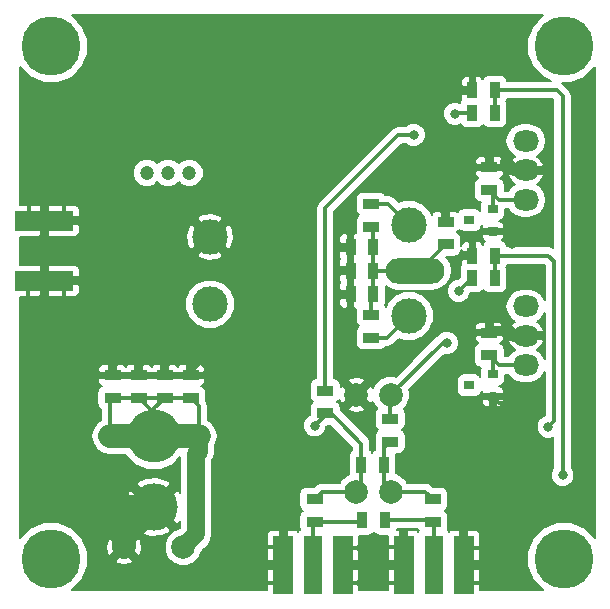
<source format=gbl>
G04 #@! TF.FileFunction,Copper,L4,Bot,Signal*
%FSLAX46Y46*%
G04 Gerber Fmt 4.6, Leading zero omitted, Abs format (unit mm)*
G04 Created by KiCad (PCBNEW 4.0.1-stable) date 7/31/2016 1:29:05 PM*
%MOMM*%
G01*
G04 APERTURE LIST*
%ADD10C,0.100000*%
%ADD11C,2.000000*%
%ADD12C,4.000000*%
%ADD13C,4.500000*%
%ADD14R,0.900000X0.800000*%
%ADD15R,5.000000X1.700000*%
%ADD16R,1.600000X5.000000*%
%ADD17R,1.700000X5.000000*%
%ADD18C,3.000000*%
%ADD19O,5.000000X2.150000*%
%ADD20R,0.889000X1.397000*%
%ADD21R,1.397000X0.889000*%
%ADD22C,5.000000*%
%ADD23O,2.200000X1.800000*%
%ADD24C,0.800000*%
%ADD25C,1.200000*%
%ADD26C,0.350000*%
%ADD27C,2.000000*%
%ADD28C,1.000000*%
%ADD29C,1.500000*%
%ADD30C,0.200000*%
G04 APERTURE END LIST*
D10*
D11*
X32050000Y-41000000D03*
X29150000Y-41000000D03*
X32050000Y-32800000D03*
X29150000Y-32800000D03*
D12*
X12000000Y-42300000D03*
D13*
X12000000Y-36300000D03*
D11*
X9500000Y-45700000D03*
X14500000Y-45700000D03*
D14*
X40700000Y-31050000D03*
X38700000Y-32000000D03*
X40700000Y-32950000D03*
X40700000Y-17050000D03*
X38700000Y-18000000D03*
X40700000Y-18950000D03*
D15*
X2700000Y-23140000D03*
X2700000Y-18060000D03*
D16*
X35700000Y-47200000D03*
D17*
X38240000Y-47200000D03*
X33160000Y-47200000D03*
D16*
X25500000Y-47200000D03*
D17*
X28040000Y-47200000D03*
X22960000Y-47200000D03*
D18*
X16750000Y-19435000D03*
X16750000Y-25135000D03*
X33600000Y-26100000D03*
X33600000Y-18400000D03*
D19*
X34100000Y-22300000D03*
D20*
X38947500Y-8900000D03*
X40852500Y-8900000D03*
D21*
X25600000Y-41647500D03*
X25600000Y-43552500D03*
D20*
X29547500Y-38700000D03*
X31452500Y-38700000D03*
X29647500Y-43400000D03*
X31552500Y-43400000D03*
D21*
X30400000Y-16647500D03*
X30400000Y-18552500D03*
D20*
X38947500Y-22900000D03*
X40852500Y-22900000D03*
D21*
X35600000Y-41647500D03*
X35600000Y-43552500D03*
X30400000Y-26047500D03*
X30400000Y-27952500D03*
X26500000Y-32447500D03*
X26500000Y-34352500D03*
X32000000Y-34847500D03*
X32000000Y-36752500D03*
X40400000Y-15452500D03*
X40400000Y-13547500D03*
X40400000Y-29452500D03*
X40400000Y-27547500D03*
X15100000Y-33052500D03*
X15100000Y-31147500D03*
X12900000Y-33052500D03*
X12900000Y-31147500D03*
X10700000Y-33052500D03*
X10700000Y-31147500D03*
X8500000Y-33052500D03*
X8500000Y-31147500D03*
D20*
X38947500Y-7000000D03*
X40852500Y-7000000D03*
X38947500Y-21000000D03*
X40852500Y-21000000D03*
D21*
X36700000Y-18147500D03*
X36700000Y-20052500D03*
D20*
X28647500Y-24300000D03*
X30552500Y-24300000D03*
X28647500Y-22300000D03*
X30552500Y-22300000D03*
X28647500Y-20300000D03*
X30552500Y-20300000D03*
D22*
X46700000Y-3300000D03*
X46700000Y-46700000D03*
X3300000Y-3300000D03*
X3300000Y-46700000D03*
D23*
X43500000Y-16300000D03*
X43500000Y-11300000D03*
X43500000Y-13800000D03*
X43500000Y-30300000D03*
X43500000Y-25300000D03*
X43500000Y-27800000D03*
D24*
X37800000Y-24000000D03*
X36800000Y-28400000D03*
X17300000Y-38900000D03*
X17300000Y-31900000D03*
X17400000Y-33700000D03*
X25100000Y-38400000D03*
X25100000Y-37100000D03*
X8000000Y-41200000D03*
X9400000Y-41200000D03*
X41800000Y-27100000D03*
X41800000Y-13100000D03*
X2600000Y-29000000D03*
X1350000Y-24750000D03*
X1350000Y-24750000D03*
X2850000Y-24750000D03*
X4350000Y-24750000D03*
X4350000Y-24750000D03*
X2850000Y-24750000D03*
X2900000Y-16500000D03*
X4400000Y-16500000D03*
X1400000Y-16500000D03*
X1400000Y-16500000D03*
X4400000Y-16500000D03*
X2900000Y-16500000D03*
X38500000Y-38300000D03*
X39850000Y-47250000D03*
X39850000Y-48750000D03*
X39850000Y-45750000D03*
X39850000Y-45750000D03*
X39850000Y-48750000D03*
X39850000Y-47250000D03*
X29550000Y-47250000D03*
X29550000Y-48750000D03*
X29550000Y-45750000D03*
X29550000Y-45750000D03*
X29550000Y-48750000D03*
X29550000Y-47250000D03*
X31600000Y-47200000D03*
X31600000Y-45700000D03*
X31600000Y-48700000D03*
X31600000Y-48700000D03*
X31600000Y-45700000D03*
X31600000Y-47200000D03*
X21300000Y-47200000D03*
X21300000Y-45700000D03*
X21300000Y-48700000D03*
X36000000Y-16900000D03*
X43300000Y-19400000D03*
X37500000Y-7000000D03*
X42600000Y-9200000D03*
X43300000Y-8300000D03*
X42800000Y-34600000D03*
X43200000Y-33500000D03*
X42400000Y-23200000D03*
X42300000Y-20000000D03*
X43400000Y-22400000D03*
X20000000Y-34500000D03*
X22700000Y-34400000D03*
X21300000Y-48700000D03*
X21300000Y-45700000D03*
X21300000Y-47200000D03*
X17000000Y-29000000D03*
X8000000Y-27500000D03*
X4500000Y-27500000D03*
D25*
X15800000Y-36300000D03*
X8300000Y-36300000D03*
X13200000Y-14000000D03*
X11400000Y-14000000D03*
X15000000Y-14000000D03*
D24*
X37500000Y-9000000D03*
X34000000Y-10800000D03*
X45400000Y-35500000D03*
X46600000Y-39600000D03*
X25600000Y-35400000D03*
D26*
X30400000Y-27952500D02*
X31747500Y-27952500D01*
X31747500Y-27952500D02*
X33600000Y-26100000D01*
X43500000Y-30300000D02*
X41247500Y-30300000D01*
X41247500Y-30300000D02*
X40400000Y-29452500D01*
X40700000Y-31050000D02*
X40700000Y-29752500D01*
X40700000Y-29752500D02*
X40400000Y-29452500D01*
X37800000Y-24000000D02*
X38900000Y-22900000D01*
X38900000Y-22900000D02*
X38947500Y-22900000D01*
X38700000Y-22900000D02*
X38947500Y-22900000D01*
X32000000Y-34847500D02*
X32000000Y-32850000D01*
X32000000Y-32850000D02*
X36450000Y-28400000D01*
X36450000Y-28400000D02*
X36800000Y-28400000D01*
X15100000Y-31147500D02*
X16547500Y-31147500D01*
X16547500Y-31147500D02*
X17300000Y-31900000D01*
D27*
X12000000Y-42300000D02*
X9300000Y-42300000D01*
X9300000Y-42300000D02*
X8200000Y-41200000D01*
D28*
X8200000Y-41200000D02*
X8000000Y-41200000D01*
X9400000Y-41200000D02*
X8200000Y-41200000D01*
D27*
X9500000Y-45700000D02*
X9500000Y-44800000D01*
X9500000Y-44800000D02*
X12000000Y-42300000D01*
D26*
X41800000Y-27100000D02*
X40847500Y-27100000D01*
X40847500Y-27100000D02*
X40400000Y-27547500D01*
D28*
X42500000Y-27800000D02*
X41800000Y-27100000D01*
D26*
X40400000Y-13547500D02*
X41352500Y-13547500D01*
X41352500Y-13547500D02*
X41800000Y-13100000D01*
D28*
X42500000Y-13800000D02*
X41800000Y-13100000D01*
D26*
X2210000Y-23090000D02*
X2850000Y-23090000D01*
X1350000Y-23950000D02*
X2210000Y-23090000D01*
X1350000Y-24750000D02*
X1350000Y-23950000D01*
X2850000Y-24750000D02*
X2850000Y-23090000D01*
X3490000Y-23090000D02*
X2850000Y-23090000D01*
X4350000Y-23950000D02*
X3490000Y-23090000D01*
X4350000Y-24750000D02*
X4350000Y-23950000D01*
X4350000Y-24750000D02*
X4350000Y-23950000D01*
X4350000Y-23950000D02*
X3490000Y-23090000D01*
X3490000Y-23090000D02*
X2850000Y-23090000D01*
X2850000Y-24750000D02*
X2850000Y-23090000D01*
X1350000Y-24750000D02*
X1350000Y-23950000D01*
X1350000Y-23950000D02*
X2210000Y-23090000D01*
X2210000Y-23090000D02*
X2850000Y-23090000D01*
X3540000Y-18160000D02*
X2900000Y-18160000D01*
X4400000Y-17300000D02*
X3540000Y-18160000D01*
X4400000Y-16500000D02*
X4400000Y-17300000D01*
X2900000Y-16500000D02*
X2900000Y-18160000D01*
X2260000Y-18160000D02*
X2900000Y-18160000D01*
X1400000Y-17300000D02*
X2260000Y-18160000D01*
X1400000Y-16500000D02*
X1400000Y-17300000D01*
X1400000Y-16500000D02*
X1400000Y-17300000D01*
X1400000Y-17300000D02*
X2260000Y-18160000D01*
X2260000Y-18160000D02*
X2900000Y-18160000D01*
X2900000Y-16500000D02*
X2900000Y-18160000D01*
X4400000Y-16500000D02*
X4400000Y-17300000D01*
X4400000Y-17300000D02*
X3540000Y-18160000D01*
X3540000Y-18160000D02*
X2900000Y-18160000D01*
X38190000Y-47890000D02*
X38190000Y-47250000D01*
X39050000Y-48750000D02*
X38190000Y-47890000D01*
X39850000Y-48750000D02*
X39050000Y-48750000D01*
X39850000Y-47250000D02*
X38190000Y-47250000D01*
X38190000Y-46610000D02*
X38190000Y-47250000D01*
X39050000Y-45750000D02*
X38190000Y-46610000D01*
X39850000Y-45750000D02*
X39050000Y-45750000D01*
X39850000Y-45750000D02*
X39050000Y-45750000D01*
X39050000Y-45750000D02*
X38190000Y-46610000D01*
X38190000Y-46610000D02*
X38190000Y-47250000D01*
X39850000Y-47250000D02*
X38190000Y-47250000D01*
X39850000Y-48750000D02*
X39050000Y-48750000D01*
X39050000Y-48750000D02*
X38190000Y-47890000D01*
X38190000Y-47890000D02*
X38190000Y-47250000D01*
X27890000Y-47890000D02*
X27890000Y-47250000D01*
X28750000Y-48750000D02*
X27890000Y-47890000D01*
X29550000Y-48750000D02*
X28750000Y-48750000D01*
X29550000Y-47250000D02*
X27890000Y-47250000D01*
X27890000Y-46610000D02*
X27890000Y-47250000D01*
X28750000Y-45750000D02*
X27890000Y-46610000D01*
X29550000Y-45750000D02*
X28750000Y-45750000D01*
X29550000Y-45750000D02*
X28750000Y-45750000D01*
X28750000Y-45750000D02*
X27890000Y-46610000D01*
X27890000Y-46610000D02*
X27890000Y-47250000D01*
X29550000Y-47250000D02*
X27890000Y-47250000D01*
X29550000Y-48750000D02*
X28750000Y-48750000D01*
X28750000Y-48750000D02*
X27890000Y-47890000D01*
X27890000Y-47890000D02*
X27890000Y-47250000D01*
X33260000Y-46560000D02*
X33260000Y-47200000D01*
X32400000Y-45700000D02*
X33260000Y-46560000D01*
X31600000Y-45700000D02*
X32400000Y-45700000D01*
X31600000Y-47200000D02*
X33260000Y-47200000D01*
X33260000Y-47840000D02*
X33260000Y-47200000D01*
X32400000Y-48700000D02*
X33260000Y-47840000D01*
X31600000Y-48700000D02*
X32400000Y-48700000D01*
X31600000Y-48700000D02*
X32400000Y-48700000D01*
X32400000Y-48700000D02*
X33260000Y-47840000D01*
X33260000Y-47840000D02*
X33260000Y-47200000D01*
X31600000Y-47200000D02*
X33260000Y-47200000D01*
X31600000Y-45700000D02*
X32400000Y-45700000D01*
X32400000Y-45700000D02*
X33260000Y-46560000D01*
X33260000Y-46560000D02*
X33260000Y-47200000D01*
X22960000Y-46560000D02*
X22960000Y-47200000D01*
X22100000Y-45700000D02*
X22960000Y-46560000D01*
X21300000Y-45700000D02*
X22100000Y-45700000D01*
X21300000Y-47200000D02*
X22960000Y-47200000D01*
X22960000Y-47840000D02*
X22960000Y-47200000D01*
X22100000Y-48700000D02*
X22960000Y-47840000D01*
X21300000Y-48700000D02*
X22100000Y-48700000D01*
X28647500Y-20300000D02*
X28647500Y-22300000D01*
X28647500Y-22300000D02*
X28647500Y-24300000D01*
X36700000Y-18147500D02*
X36700000Y-17600000D01*
X36700000Y-17600000D02*
X36000000Y-16900000D01*
X42300000Y-20000000D02*
X42300000Y-19600000D01*
X42300000Y-19600000D02*
X41650000Y-18950000D01*
X40700000Y-18950000D02*
X40050000Y-18950000D01*
X40050000Y-18950000D02*
X38947500Y-20052500D01*
X38947500Y-20052500D02*
X38947500Y-21000000D01*
X40700000Y-18950000D02*
X41650000Y-18950000D01*
X41650000Y-18950000D02*
X42850000Y-18950000D01*
X42850000Y-18950000D02*
X43300000Y-19400000D01*
X38947500Y-7000000D02*
X37500000Y-7000000D01*
X21300000Y-48700000D02*
X22100000Y-48700000D01*
X22100000Y-48700000D02*
X22960000Y-47840000D01*
X22960000Y-47840000D02*
X22960000Y-47200000D01*
X21300000Y-47200000D02*
X22960000Y-47200000D01*
X21300000Y-45700000D02*
X22100000Y-45700000D01*
X22100000Y-45700000D02*
X22960000Y-46560000D01*
X22960000Y-46560000D02*
X22960000Y-47200000D01*
X15100000Y-31147500D02*
X15100000Y-30900000D01*
X15100000Y-30900000D02*
X17000000Y-29000000D01*
X8500000Y-31147500D02*
X8500000Y-28000000D01*
X8500000Y-28000000D02*
X8000000Y-27500000D01*
X8500000Y-31147500D02*
X10700000Y-31147500D01*
X10700000Y-31147500D02*
X12900000Y-31147500D01*
X12900000Y-31147500D02*
X15100000Y-31147500D01*
X40652500Y-13800000D02*
X40400000Y-13547500D01*
X43200000Y-33500000D02*
X41250000Y-33500000D01*
X41250000Y-33500000D02*
X40700000Y-32950000D01*
X40652500Y-27800000D02*
X40400000Y-27547500D01*
D29*
X15800000Y-36300000D02*
X15800000Y-37600000D01*
X15800000Y-37600000D02*
X15600000Y-37800000D01*
X15600000Y-37800000D02*
X15600000Y-44600000D01*
X15600000Y-44600000D02*
X14500000Y-45700000D01*
D27*
X12000000Y-36300000D02*
X8300000Y-36300000D01*
X12000000Y-36300000D02*
X15800000Y-36300000D01*
D26*
X12000000Y-36300000D02*
X12000000Y-33952500D01*
X12000000Y-33952500D02*
X12900000Y-33052500D01*
X15800000Y-36300000D02*
X15800000Y-33752500D01*
X15800000Y-33752500D02*
X15100000Y-33052500D01*
X8300000Y-36300000D02*
X8300000Y-33252500D01*
X8300000Y-33252500D02*
X8500000Y-33052500D01*
X12000000Y-36300000D02*
X12000000Y-34352500D01*
X12000000Y-34352500D02*
X10700000Y-33052500D01*
X8500000Y-33052500D02*
X10700000Y-33052500D01*
X10700000Y-33052500D02*
X12900000Y-33052500D01*
X12900000Y-33052500D02*
X15100000Y-33052500D01*
X34100000Y-22300000D02*
X34452500Y-22300000D01*
X34452500Y-22300000D02*
X36700000Y-20052500D01*
X34100000Y-22300000D02*
X30552500Y-22300000D01*
X30552500Y-20300000D02*
X30552500Y-18705000D01*
X30552500Y-18705000D02*
X30400000Y-18552500D01*
X30552500Y-22300000D02*
X30552500Y-20300000D01*
X30552500Y-24300000D02*
X30552500Y-22300000D01*
X30400000Y-26047500D02*
X30400000Y-24452500D01*
X30400000Y-24452500D02*
X30552500Y-24300000D01*
X30400000Y-16647500D02*
X31847500Y-16647500D01*
X31847500Y-16647500D02*
X33600000Y-18400000D01*
X43500000Y-16300000D02*
X41247500Y-16300000D01*
X41247500Y-16300000D02*
X40400000Y-15452500D01*
X40700000Y-17050000D02*
X40700000Y-15752500D01*
X40700000Y-15752500D02*
X40400000Y-15452500D01*
X37600000Y-8900000D02*
X38947500Y-8900000D01*
X37500000Y-9000000D02*
X37600000Y-8900000D01*
X26500000Y-32447500D02*
X26500000Y-17000000D01*
X32700000Y-10800000D02*
X34000000Y-10800000D01*
X26500000Y-17000000D02*
X32700000Y-10800000D01*
X31552500Y-43400000D02*
X35447500Y-43400000D01*
X35447500Y-43400000D02*
X35600000Y-43552500D01*
X35700000Y-47200000D02*
X35700000Y-43652500D01*
X35700000Y-43652500D02*
X35600000Y-43552500D01*
X25600000Y-43552500D02*
X29495000Y-43552500D01*
X29495000Y-43552500D02*
X29647500Y-43400000D01*
X25500000Y-47200000D02*
X25500000Y-43652500D01*
X25500000Y-43652500D02*
X25600000Y-43552500D01*
X40852500Y-21000000D02*
X45400000Y-21000000D01*
X45900000Y-35000000D02*
X45400000Y-35500000D01*
X45900000Y-21500000D02*
X45900000Y-35000000D01*
X45400000Y-21000000D02*
X45900000Y-21500000D01*
X40852500Y-22900000D02*
X40852500Y-21000000D01*
X40852500Y-7000000D02*
X46100000Y-7000000D01*
X46600000Y-7500000D02*
X46600000Y-39600000D01*
X46100000Y-7000000D02*
X46600000Y-7500000D01*
X40852500Y-8900000D02*
X40852500Y-7000000D01*
X31452500Y-38700000D02*
X31452500Y-37300000D01*
X31452500Y-37300000D02*
X32000000Y-36752500D01*
X31452500Y-38700000D02*
X31452500Y-40402500D01*
X31452500Y-40402500D02*
X32050000Y-41000000D01*
X32050000Y-41000000D02*
X34952500Y-41000000D01*
X34952500Y-41000000D02*
X35600000Y-41647500D01*
X25600000Y-35400000D02*
X26500000Y-34500000D01*
X26500000Y-34500000D02*
X26500000Y-34352500D01*
X26500000Y-34352500D02*
X26952500Y-34352500D01*
X26952500Y-34352500D02*
X27800000Y-35200000D01*
X29547500Y-38700000D02*
X29547500Y-36947500D01*
X29547500Y-36947500D02*
X27800000Y-35200000D01*
X29547500Y-38700000D02*
X29547500Y-40602500D01*
X29547500Y-40602500D02*
X29150000Y-41000000D01*
X29150000Y-41000000D02*
X26247500Y-41000000D01*
X26247500Y-41000000D02*
X25600000Y-41647500D01*
D30*
G36*
X34331583Y-44219346D02*
X34414351Y-44347972D01*
X34394350Y-44377244D01*
X34293227Y-44276120D01*
X34109456Y-44200000D01*
X33585000Y-44200000D01*
X33460000Y-44325000D01*
X33460000Y-46900000D01*
X33480000Y-46900000D01*
X33480000Y-47500000D01*
X33460000Y-47500000D01*
X33460000Y-47520000D01*
X32860000Y-47520000D01*
X32860000Y-47500000D01*
X31935000Y-47500000D01*
X31810000Y-47625000D01*
X31810000Y-49325000D01*
X29390000Y-49325000D01*
X29390000Y-47625000D01*
X29265000Y-47500000D01*
X28340000Y-47500000D01*
X28340000Y-47520000D01*
X27740000Y-47520000D01*
X27740000Y-47500000D01*
X27720000Y-47500000D01*
X27720000Y-46900000D01*
X27740000Y-46900000D01*
X27740000Y-46880000D01*
X28340000Y-46880000D01*
X28340000Y-46900000D01*
X29265000Y-46900000D01*
X29390000Y-46775000D01*
X29390000Y-44710254D01*
X30092000Y-44710254D01*
X30314346Y-44668417D01*
X30518558Y-44537010D01*
X30600248Y-44417453D01*
X30669490Y-44525058D01*
X30869993Y-44662056D01*
X31108000Y-44710254D01*
X31810000Y-44710254D01*
X31810000Y-46775000D01*
X31935000Y-46900000D01*
X32860000Y-46900000D01*
X32860000Y-44325000D01*
X32735000Y-44200000D01*
X32588200Y-44200000D01*
X32593262Y-44175000D01*
X34323239Y-44175000D01*
X34331583Y-44219346D01*
X34331583Y-44219346D01*
G37*
X34331583Y-44219346D02*
X34414351Y-44347972D01*
X34394350Y-44377244D01*
X34293227Y-44276120D01*
X34109456Y-44200000D01*
X33585000Y-44200000D01*
X33460000Y-44325000D01*
X33460000Y-46900000D01*
X33480000Y-46900000D01*
X33480000Y-47500000D01*
X33460000Y-47500000D01*
X33460000Y-47520000D01*
X32860000Y-47520000D01*
X32860000Y-47500000D01*
X31935000Y-47500000D01*
X31810000Y-47625000D01*
X31810000Y-49325000D01*
X29390000Y-49325000D01*
X29390000Y-47625000D01*
X29265000Y-47500000D01*
X28340000Y-47500000D01*
X28340000Y-47520000D01*
X27740000Y-47520000D01*
X27740000Y-47500000D01*
X27720000Y-47500000D01*
X27720000Y-46900000D01*
X27740000Y-46900000D01*
X27740000Y-46880000D01*
X28340000Y-46880000D01*
X28340000Y-46900000D01*
X29265000Y-46900000D01*
X29390000Y-46775000D01*
X29390000Y-44710254D01*
X30092000Y-44710254D01*
X30314346Y-44668417D01*
X30518558Y-44537010D01*
X30600248Y-44417453D01*
X30669490Y-44525058D01*
X30869993Y-44662056D01*
X31108000Y-44710254D01*
X31810000Y-44710254D01*
X31810000Y-46775000D01*
X31935000Y-46900000D01*
X32860000Y-46900000D01*
X32860000Y-44325000D01*
X32735000Y-44200000D01*
X32588200Y-44200000D01*
X32593262Y-44175000D01*
X34323239Y-44175000D01*
X34331583Y-44219346D01*
G36*
X44073480Y-1541698D02*
X43600539Y-2680667D01*
X43599463Y-3913923D01*
X44070415Y-5053715D01*
X44941698Y-5926520D01*
X45660518Y-6225000D01*
X41894360Y-6225000D01*
X41866917Y-6079154D01*
X41735510Y-5874942D01*
X41535007Y-5737944D01*
X41297000Y-5689746D01*
X40408000Y-5689746D01*
X40185654Y-5731583D01*
X39981442Y-5862990D01*
X39844444Y-6063493D01*
X39841215Y-6079439D01*
X39815879Y-6018273D01*
X39675227Y-5877620D01*
X39491456Y-5801500D01*
X39294750Y-5801500D01*
X39169750Y-5926500D01*
X39169750Y-6700000D01*
X39267500Y-6700000D01*
X39267500Y-7300000D01*
X39169750Y-7300000D01*
X39169750Y-7320000D01*
X38725250Y-7320000D01*
X38725250Y-7300000D01*
X38128000Y-7300000D01*
X38003000Y-7425000D01*
X38003000Y-7797956D01*
X38021702Y-7843105D01*
X37939444Y-7963493D01*
X37914003Y-8089125D01*
X37699785Y-8000174D01*
X37301960Y-7999827D01*
X36934286Y-8151747D01*
X36652736Y-8432806D01*
X36500174Y-8800215D01*
X36499827Y-9198040D01*
X36651747Y-9565714D01*
X36932806Y-9847264D01*
X37300215Y-9999826D01*
X37698040Y-10000173D01*
X37974872Y-9885788D01*
X38064490Y-10025058D01*
X38264993Y-10162056D01*
X38503000Y-10210254D01*
X39392000Y-10210254D01*
X39614346Y-10168417D01*
X39818558Y-10037010D01*
X39900248Y-9917453D01*
X39969490Y-10025058D01*
X40169993Y-10162056D01*
X40408000Y-10210254D01*
X41297000Y-10210254D01*
X41519346Y-10168417D01*
X41723558Y-10037010D01*
X41860556Y-9836507D01*
X41908754Y-9598500D01*
X41908754Y-8201500D01*
X41866917Y-7979154D01*
X41849699Y-7952397D01*
X41860556Y-7936507D01*
X41893262Y-7775000D01*
X45778984Y-7775000D01*
X45825000Y-7821016D01*
X45825000Y-20369801D01*
X45696580Y-20283993D01*
X45400000Y-20225000D01*
X41894360Y-20225000D01*
X41866917Y-20079154D01*
X41735510Y-19874942D01*
X41535007Y-19737944D01*
X41480251Y-19726856D01*
X41573880Y-19633227D01*
X41650000Y-19449456D01*
X41650000Y-19275000D01*
X41525000Y-19150000D01*
X40925000Y-19150000D01*
X40925000Y-19270000D01*
X40475000Y-19270000D01*
X40475000Y-19150000D01*
X39875000Y-19150000D01*
X39750000Y-19275000D01*
X39750000Y-19449456D01*
X39826120Y-19633227D01*
X39966773Y-19773879D01*
X40059947Y-19812473D01*
X39981442Y-19862990D01*
X39844444Y-20063493D01*
X39841215Y-20079439D01*
X39815879Y-20018273D01*
X39675227Y-19877620D01*
X39491456Y-19801500D01*
X39294750Y-19801500D01*
X39169750Y-19926500D01*
X39169750Y-20700000D01*
X39267500Y-20700000D01*
X39267500Y-21300000D01*
X39169750Y-21300000D01*
X39169750Y-21320000D01*
X38725250Y-21320000D01*
X38725250Y-21300000D01*
X38128000Y-21300000D01*
X38003000Y-21425000D01*
X38003000Y-21797956D01*
X38021702Y-21843105D01*
X37939444Y-21963493D01*
X37891246Y-22201500D01*
X37891246Y-22812738D01*
X37704068Y-22999916D01*
X37601960Y-22999827D01*
X37234286Y-23151747D01*
X36952736Y-23432806D01*
X36800174Y-23800215D01*
X36799827Y-24198040D01*
X36951747Y-24565714D01*
X37232806Y-24847264D01*
X37600215Y-24999826D01*
X37998040Y-25000173D01*
X38365714Y-24848253D01*
X38647264Y-24567194D01*
X38795479Y-24210254D01*
X39392000Y-24210254D01*
X39614346Y-24168417D01*
X39818558Y-24037010D01*
X39900248Y-23917453D01*
X39969490Y-24025058D01*
X40169993Y-24162056D01*
X40408000Y-24210254D01*
X41297000Y-24210254D01*
X41519346Y-24168417D01*
X41723558Y-24037010D01*
X41860556Y-23836507D01*
X41908754Y-23598500D01*
X41908754Y-22201500D01*
X41866917Y-21979154D01*
X41849699Y-21952397D01*
X41860556Y-21936507D01*
X41893262Y-21775000D01*
X45078984Y-21775000D01*
X45125000Y-21821016D01*
X45125000Y-24755516D01*
X45119124Y-24725975D01*
X44793965Y-24239340D01*
X44307330Y-23914181D01*
X43733305Y-23800000D01*
X43266695Y-23800000D01*
X42692670Y-23914181D01*
X42206035Y-24239340D01*
X41880876Y-24725975D01*
X41766695Y-25300000D01*
X41880876Y-25874025D01*
X42206035Y-26360660D01*
X42594181Y-26620011D01*
X42488853Y-26667717D01*
X42117292Y-27064319D01*
X41996287Y-27289773D01*
X42060797Y-27500000D01*
X43200000Y-27500000D01*
X43200000Y-27480000D01*
X43800000Y-27480000D01*
X43800000Y-27500000D01*
X44939203Y-27500000D01*
X45003713Y-27289773D01*
X44882708Y-27064319D01*
X44511147Y-26667717D01*
X44405819Y-26620011D01*
X44793965Y-26360660D01*
X45119124Y-25874025D01*
X45125000Y-25844484D01*
X45125000Y-29755516D01*
X45119124Y-29725975D01*
X44793965Y-29239340D01*
X44405819Y-28979989D01*
X44511147Y-28932283D01*
X44882708Y-28535681D01*
X45003713Y-28310227D01*
X44939203Y-28100000D01*
X43800000Y-28100000D01*
X43800000Y-28120000D01*
X43200000Y-28120000D01*
X43200000Y-28100000D01*
X42060797Y-28100000D01*
X41996287Y-28310227D01*
X42117292Y-28535681D01*
X42488853Y-28932283D01*
X42594181Y-28979989D01*
X42206035Y-29239340D01*
X42015163Y-29525000D01*
X41710254Y-29525000D01*
X41710254Y-29008000D01*
X41668417Y-28785654D01*
X41537010Y-28581442D01*
X41336507Y-28444444D01*
X41320561Y-28441215D01*
X41381727Y-28415879D01*
X41522380Y-28275227D01*
X41598500Y-28091456D01*
X41598500Y-27894750D01*
X41473500Y-27769750D01*
X40700000Y-27769750D01*
X40700000Y-27867500D01*
X40100000Y-27867500D01*
X40100000Y-27769750D01*
X39326500Y-27769750D01*
X39201500Y-27894750D01*
X39201500Y-28091456D01*
X39277620Y-28275227D01*
X39418273Y-28415879D01*
X39476304Y-28439917D01*
X39274942Y-28569490D01*
X39137944Y-28769993D01*
X39089746Y-29008000D01*
X39089746Y-29897000D01*
X39131583Y-30119346D01*
X39262990Y-30323558D01*
X39463493Y-30460556D01*
X39668214Y-30502013D01*
X39638246Y-30650000D01*
X39638246Y-31250734D01*
X39588510Y-31173442D01*
X39388007Y-31036444D01*
X39150000Y-30988246D01*
X38250000Y-30988246D01*
X38027654Y-31030083D01*
X37823442Y-31161490D01*
X37686444Y-31361993D01*
X37638246Y-31600000D01*
X37638246Y-32400000D01*
X37680083Y-32622346D01*
X37811490Y-32826558D01*
X38011993Y-32963556D01*
X38250000Y-33011754D01*
X39150000Y-33011754D01*
X39372346Y-32969917D01*
X39576558Y-32838510D01*
X39713556Y-32638007D01*
X39750000Y-32458043D01*
X39750000Y-32625000D01*
X39875000Y-32750000D01*
X40475000Y-32750000D01*
X40475000Y-32630000D01*
X40925000Y-32630000D01*
X40925000Y-32750000D01*
X41525000Y-32750000D01*
X41650000Y-32625000D01*
X41650000Y-32450544D01*
X41573880Y-32266773D01*
X41433227Y-32126121D01*
X41249456Y-32050000D01*
X41212468Y-32050000D01*
X41372346Y-32019917D01*
X41576558Y-31888510D01*
X41713556Y-31688007D01*
X41761754Y-31450000D01*
X41761754Y-31075000D01*
X42015163Y-31075000D01*
X42206035Y-31360660D01*
X42692670Y-31685819D01*
X43266695Y-31800000D01*
X43733305Y-31800000D01*
X44307330Y-31685819D01*
X44793965Y-31360660D01*
X45119124Y-30874025D01*
X45125000Y-30844484D01*
X45125000Y-34531626D01*
X44834286Y-34651747D01*
X44552736Y-34932806D01*
X44400174Y-35300215D01*
X44399827Y-35698040D01*
X44551747Y-36065714D01*
X44832806Y-36347264D01*
X45200215Y-36499826D01*
X45598040Y-36500173D01*
X45825000Y-36406395D01*
X45825000Y-38960668D01*
X45752736Y-39032806D01*
X45600174Y-39400215D01*
X45599827Y-39798040D01*
X45751747Y-40165714D01*
X46032806Y-40447264D01*
X46400215Y-40599826D01*
X46798040Y-40600173D01*
X47165714Y-40448253D01*
X47447264Y-40167194D01*
X47599826Y-39799785D01*
X47600173Y-39401960D01*
X47448253Y-39034286D01*
X47375000Y-38960905D01*
X47375000Y-7500005D01*
X47375001Y-7500000D01*
X47316007Y-7203420D01*
X47148008Y-6951992D01*
X46648008Y-6451992D01*
X46570029Y-6399888D01*
X47313923Y-6400537D01*
X48453715Y-5929585D01*
X49325000Y-5059819D01*
X49325000Y-44941692D01*
X48458302Y-44073480D01*
X47319333Y-43600539D01*
X46086077Y-43599463D01*
X44946285Y-44070415D01*
X44073480Y-44941698D01*
X43600539Y-46080667D01*
X43599463Y-47313923D01*
X44070415Y-48453715D01*
X44940181Y-49325000D01*
X39590000Y-49325000D01*
X39590000Y-47625000D01*
X39465000Y-47500000D01*
X38540000Y-47500000D01*
X38540000Y-47520000D01*
X37940000Y-47520000D01*
X37940000Y-47500000D01*
X37920000Y-47500000D01*
X37920000Y-46900000D01*
X37940000Y-46900000D01*
X37940000Y-44325000D01*
X38540000Y-44325000D01*
X38540000Y-46900000D01*
X39465000Y-46900000D01*
X39590000Y-46775000D01*
X39590000Y-44600544D01*
X39513879Y-44416773D01*
X39373227Y-44276120D01*
X39189456Y-44200000D01*
X38665000Y-44200000D01*
X38540000Y-44325000D01*
X37940000Y-44325000D01*
X37815000Y-44200000D01*
X37290544Y-44200000D01*
X37106773Y-44276120D01*
X37005440Y-44377454D01*
X36938510Y-44273442D01*
X36864512Y-44222881D01*
X36910254Y-43997000D01*
X36910254Y-43108000D01*
X36868417Y-42885654D01*
X36737010Y-42681442D01*
X36617453Y-42599752D01*
X36725058Y-42530510D01*
X36862056Y-42330007D01*
X36910254Y-42092000D01*
X36910254Y-41203000D01*
X36868417Y-40980654D01*
X36737010Y-40776442D01*
X36536507Y-40639444D01*
X36298500Y-40591246D01*
X35639762Y-40591246D01*
X35500508Y-40451992D01*
X35249080Y-40283993D01*
X34952500Y-40225000D01*
X33460979Y-40225000D01*
X33407205Y-40094857D01*
X32957511Y-39644377D01*
X32497633Y-39453419D01*
X32508754Y-39398500D01*
X32508754Y-38001500D01*
X32472487Y-37808754D01*
X32698500Y-37808754D01*
X32920846Y-37766917D01*
X33125058Y-37635510D01*
X33262056Y-37435007D01*
X33310254Y-37197000D01*
X33310254Y-36308000D01*
X33268417Y-36085654D01*
X33137010Y-35881442D01*
X33017453Y-35799752D01*
X33125058Y-35730510D01*
X33262056Y-35530007D01*
X33310254Y-35292000D01*
X33310254Y-34403000D01*
X33268417Y-34180654D01*
X33137010Y-33976442D01*
X33136542Y-33976122D01*
X33405623Y-33707511D01*
X33585217Y-33275000D01*
X39750000Y-33275000D01*
X39750000Y-33449456D01*
X39826120Y-33633227D01*
X39966773Y-33773879D01*
X40150544Y-33850000D01*
X40350000Y-33850000D01*
X40475000Y-33725000D01*
X40475000Y-33150000D01*
X40925000Y-33150000D01*
X40925000Y-33725000D01*
X41050000Y-33850000D01*
X41249456Y-33850000D01*
X41433227Y-33773879D01*
X41573880Y-33633227D01*
X41650000Y-33449456D01*
X41650000Y-33275000D01*
X41525000Y-33150000D01*
X40925000Y-33150000D01*
X40475000Y-33150000D01*
X39875000Y-33150000D01*
X39750000Y-33275000D01*
X33585217Y-33275000D01*
X33649722Y-33119656D01*
X33650277Y-32483137D01*
X33595485Y-32350531D01*
X36562041Y-29383975D01*
X36600215Y-29399826D01*
X36998040Y-29400173D01*
X37365714Y-29248253D01*
X37647264Y-28967194D01*
X37799826Y-28599785D01*
X37800173Y-28201960D01*
X37648253Y-27834286D01*
X37367194Y-27552736D01*
X36999785Y-27400174D01*
X36601960Y-27399827D01*
X36234286Y-27551747D01*
X35997332Y-27788288D01*
X35901992Y-27851992D01*
X32499705Y-31254279D01*
X32369656Y-31200278D01*
X31733137Y-31199723D01*
X31144857Y-31442795D01*
X30694377Y-31892489D01*
X30561168Y-32213292D01*
X30539598Y-32161218D01*
X30332261Y-32042003D01*
X29574264Y-32800000D01*
X30332261Y-33557997D01*
X30539598Y-33438782D01*
X30555404Y-33372630D01*
X30692795Y-33705143D01*
X30921672Y-33934420D01*
X30874942Y-33964490D01*
X30737944Y-34164993D01*
X30689746Y-34403000D01*
X30689746Y-35292000D01*
X30731583Y-35514346D01*
X30862990Y-35718558D01*
X30982547Y-35800248D01*
X30874942Y-35869490D01*
X30737944Y-36069993D01*
X30689746Y-36308000D01*
X30689746Y-37197000D01*
X30693752Y-37218293D01*
X30677500Y-37300000D01*
X30677500Y-37501178D01*
X30581442Y-37562990D01*
X30499752Y-37682547D01*
X30430510Y-37574942D01*
X30322500Y-37501142D01*
X30322500Y-36947500D01*
X30263507Y-36650920D01*
X30095508Y-36399492D01*
X27810254Y-34114238D01*
X27810254Y-33982261D01*
X28392003Y-33982261D01*
X28511218Y-34189598D01*
X29091618Y-34328273D01*
X29680907Y-34234281D01*
X29788782Y-34189598D01*
X29907997Y-33982261D01*
X29150000Y-33224264D01*
X28392003Y-33982261D01*
X27810254Y-33982261D01*
X27810254Y-33908000D01*
X27768417Y-33685654D01*
X27637010Y-33481442D01*
X27517453Y-33399752D01*
X27625058Y-33330510D01*
X27698509Y-33223010D01*
X27715719Y-33330907D01*
X27760402Y-33438782D01*
X27967739Y-33557997D01*
X28725736Y-32800000D01*
X27967739Y-32042003D01*
X27810254Y-32132554D01*
X27810254Y-32003000D01*
X27768417Y-31780654D01*
X27663584Y-31617739D01*
X28392003Y-31617739D01*
X29150000Y-32375736D01*
X29907997Y-31617739D01*
X29788782Y-31410402D01*
X29208382Y-31271727D01*
X28619093Y-31365719D01*
X28511218Y-31410402D01*
X28392003Y-31617739D01*
X27663584Y-31617739D01*
X27637010Y-31576442D01*
X27436507Y-31439444D01*
X27275000Y-31406738D01*
X27275000Y-24725000D01*
X27703000Y-24725000D01*
X27703000Y-25097956D01*
X27779121Y-25281727D01*
X27919773Y-25422380D01*
X28103544Y-25498500D01*
X28300250Y-25498500D01*
X28425250Y-25373500D01*
X28425250Y-24600000D01*
X27828000Y-24600000D01*
X27703000Y-24725000D01*
X27275000Y-24725000D01*
X27275000Y-22725000D01*
X27703000Y-22725000D01*
X27703000Y-23097956D01*
X27779121Y-23281727D01*
X27797394Y-23300000D01*
X27779121Y-23318273D01*
X27703000Y-23502044D01*
X27703000Y-23875000D01*
X27828000Y-24000000D01*
X28425250Y-24000000D01*
X28425250Y-22600000D01*
X27828000Y-22600000D01*
X27703000Y-22725000D01*
X27275000Y-22725000D01*
X27275000Y-20725000D01*
X27703000Y-20725000D01*
X27703000Y-21097956D01*
X27779121Y-21281727D01*
X27797394Y-21300000D01*
X27779121Y-21318273D01*
X27703000Y-21502044D01*
X27703000Y-21875000D01*
X27828000Y-22000000D01*
X28425250Y-22000000D01*
X28425250Y-20600000D01*
X27828000Y-20600000D01*
X27703000Y-20725000D01*
X27275000Y-20725000D01*
X27275000Y-19502044D01*
X27703000Y-19502044D01*
X27703000Y-19875000D01*
X27828000Y-20000000D01*
X28425250Y-20000000D01*
X28425250Y-19226500D01*
X28869750Y-19226500D01*
X28869750Y-20000000D01*
X28967500Y-20000000D01*
X28967500Y-20600000D01*
X28869750Y-20600000D01*
X28869750Y-22000000D01*
X28967500Y-22000000D01*
X28967500Y-22600000D01*
X28869750Y-22600000D01*
X28869750Y-24000000D01*
X28967500Y-24000000D01*
X28967500Y-24600000D01*
X28869750Y-24600000D01*
X28869750Y-25373500D01*
X28994750Y-25498500D01*
X29110908Y-25498500D01*
X29089746Y-25603000D01*
X29089746Y-26492000D01*
X29131583Y-26714346D01*
X29262990Y-26918558D01*
X29382547Y-27000248D01*
X29274942Y-27069490D01*
X29137944Y-27269993D01*
X29089746Y-27508000D01*
X29089746Y-28397000D01*
X29131583Y-28619346D01*
X29262990Y-28823558D01*
X29463493Y-28960556D01*
X29701500Y-29008754D01*
X31098500Y-29008754D01*
X31320846Y-28966917D01*
X31525058Y-28835510D01*
X31598858Y-28727500D01*
X31747500Y-28727500D01*
X32044080Y-28668507D01*
X32295508Y-28500508D01*
X32767750Y-28028265D01*
X33180452Y-28199634D01*
X34015883Y-28200363D01*
X34788000Y-27881331D01*
X35379255Y-27291107D01*
X35498661Y-27003544D01*
X39201500Y-27003544D01*
X39201500Y-27200250D01*
X39326500Y-27325250D01*
X40100000Y-27325250D01*
X40100000Y-26728000D01*
X40700000Y-26728000D01*
X40700000Y-27325250D01*
X41473500Y-27325250D01*
X41598500Y-27200250D01*
X41598500Y-27003544D01*
X41522380Y-26819773D01*
X41381727Y-26679121D01*
X41197956Y-26603000D01*
X40825000Y-26603000D01*
X40700000Y-26728000D01*
X40100000Y-26728000D01*
X39975000Y-26603000D01*
X39602044Y-26603000D01*
X39418273Y-26679121D01*
X39277620Y-26819773D01*
X39201500Y-27003544D01*
X35498661Y-27003544D01*
X35699634Y-26519548D01*
X35700363Y-25684117D01*
X35381331Y-24912000D01*
X34791107Y-24320745D01*
X34019548Y-24000366D01*
X33184117Y-23999637D01*
X32412000Y-24318669D01*
X31820745Y-24908893D01*
X31641939Y-25339506D01*
X31564172Y-25218652D01*
X31608754Y-24998500D01*
X31608754Y-23603935D01*
X31973272Y-23847498D01*
X32614267Y-23975000D01*
X35585733Y-23975000D01*
X36226728Y-23847498D01*
X36770137Y-23484404D01*
X37133231Y-22940995D01*
X37260733Y-22300000D01*
X37133231Y-21659005D01*
X36770137Y-21115596D01*
X36759897Y-21108754D01*
X37398500Y-21108754D01*
X37620846Y-21066917D01*
X37825058Y-20935510D01*
X37962056Y-20735007D01*
X38003000Y-20532821D01*
X38003000Y-20575000D01*
X38128000Y-20700000D01*
X38725250Y-20700000D01*
X38725250Y-19926500D01*
X38600250Y-19801500D01*
X38403544Y-19801500D01*
X38219773Y-19877620D01*
X38079121Y-20018273D01*
X38010254Y-20184531D01*
X38010254Y-19608000D01*
X37968417Y-19385654D01*
X37837010Y-19181442D01*
X37636507Y-19044444D01*
X37620561Y-19041215D01*
X37681727Y-19015879D01*
X37822380Y-18875227D01*
X37835690Y-18843093D01*
X38011993Y-18963556D01*
X38250000Y-19011754D01*
X39150000Y-19011754D01*
X39372346Y-18969917D01*
X39576558Y-18838510D01*
X39713556Y-18638007D01*
X39750000Y-18458043D01*
X39750000Y-18625000D01*
X39875000Y-18750000D01*
X40475000Y-18750000D01*
X40475000Y-18630000D01*
X40925000Y-18630000D01*
X40925000Y-18750000D01*
X41525000Y-18750000D01*
X41650000Y-18625000D01*
X41650000Y-18450544D01*
X41573880Y-18266773D01*
X41433227Y-18126121D01*
X41249456Y-18050000D01*
X41212468Y-18050000D01*
X41372346Y-18019917D01*
X41576558Y-17888510D01*
X41713556Y-17688007D01*
X41761754Y-17450000D01*
X41761754Y-17075000D01*
X42015163Y-17075000D01*
X42206035Y-17360660D01*
X42692670Y-17685819D01*
X43266695Y-17800000D01*
X43733305Y-17800000D01*
X44307330Y-17685819D01*
X44793965Y-17360660D01*
X45119124Y-16874025D01*
X45233305Y-16300000D01*
X45119124Y-15725975D01*
X44793965Y-15239340D01*
X44405819Y-14979989D01*
X44511147Y-14932283D01*
X44882708Y-14535681D01*
X45003713Y-14310227D01*
X44939203Y-14100000D01*
X43800000Y-14100000D01*
X43800000Y-14120000D01*
X43200000Y-14120000D01*
X43200000Y-14100000D01*
X42060797Y-14100000D01*
X41996287Y-14310227D01*
X42117292Y-14535681D01*
X42488853Y-14932283D01*
X42594181Y-14979989D01*
X42206035Y-15239340D01*
X42015163Y-15525000D01*
X41710254Y-15525000D01*
X41710254Y-15008000D01*
X41668417Y-14785654D01*
X41537010Y-14581442D01*
X41336507Y-14444444D01*
X41320561Y-14441215D01*
X41381727Y-14415879D01*
X41522380Y-14275227D01*
X41598500Y-14091456D01*
X41598500Y-13894750D01*
X41473500Y-13769750D01*
X40700000Y-13769750D01*
X40700000Y-13867500D01*
X40100000Y-13867500D01*
X40100000Y-13769750D01*
X39326500Y-13769750D01*
X39201500Y-13894750D01*
X39201500Y-14091456D01*
X39277620Y-14275227D01*
X39418273Y-14415879D01*
X39476304Y-14439917D01*
X39274942Y-14569490D01*
X39137944Y-14769993D01*
X39089746Y-15008000D01*
X39089746Y-15897000D01*
X39131583Y-16119346D01*
X39262990Y-16323558D01*
X39463493Y-16460556D01*
X39668214Y-16502013D01*
X39638246Y-16650000D01*
X39638246Y-17250734D01*
X39588510Y-17173442D01*
X39388007Y-17036444D01*
X39150000Y-16988246D01*
X38250000Y-16988246D01*
X38027654Y-17030083D01*
X37823442Y-17161490D01*
X37718169Y-17315562D01*
X37681727Y-17279121D01*
X37497956Y-17203000D01*
X37125000Y-17203000D01*
X37000000Y-17328000D01*
X37000000Y-17925250D01*
X37020000Y-17925250D01*
X37020000Y-18369750D01*
X37000000Y-18369750D01*
X37000000Y-18467500D01*
X36400000Y-18467500D01*
X36400000Y-18369750D01*
X36380000Y-18369750D01*
X36380000Y-17925250D01*
X36400000Y-17925250D01*
X36400000Y-17328000D01*
X36275000Y-17203000D01*
X35902044Y-17203000D01*
X35718273Y-17279121D01*
X35577620Y-17419773D01*
X35522332Y-17553250D01*
X35381331Y-17212000D01*
X34791107Y-16620745D01*
X34019548Y-16300366D01*
X33184117Y-16299637D01*
X32767709Y-16471693D01*
X32395508Y-16099492D01*
X32144080Y-15931493D01*
X31847500Y-15872500D01*
X31598822Y-15872500D01*
X31537010Y-15776442D01*
X31336507Y-15639444D01*
X31098500Y-15591246D01*
X29701500Y-15591246D01*
X29479154Y-15633083D01*
X29274942Y-15764490D01*
X29137944Y-15964993D01*
X29089746Y-16203000D01*
X29089746Y-17092000D01*
X29131583Y-17314346D01*
X29262990Y-17518558D01*
X29382547Y-17600248D01*
X29274942Y-17669490D01*
X29137944Y-17869993D01*
X29089746Y-18108000D01*
X29089746Y-18997000D01*
X29109409Y-19101500D01*
X28994750Y-19101500D01*
X28869750Y-19226500D01*
X28425250Y-19226500D01*
X28300250Y-19101500D01*
X28103544Y-19101500D01*
X27919773Y-19177620D01*
X27779121Y-19318273D01*
X27703000Y-19502044D01*
X27275000Y-19502044D01*
X27275000Y-17321016D01*
X31592472Y-13003544D01*
X39201500Y-13003544D01*
X39201500Y-13200250D01*
X39326500Y-13325250D01*
X40100000Y-13325250D01*
X40100000Y-12728000D01*
X40700000Y-12728000D01*
X40700000Y-13325250D01*
X41473500Y-13325250D01*
X41598500Y-13200250D01*
X41598500Y-13003544D01*
X41522380Y-12819773D01*
X41381727Y-12679121D01*
X41197956Y-12603000D01*
X40825000Y-12603000D01*
X40700000Y-12728000D01*
X40100000Y-12728000D01*
X39975000Y-12603000D01*
X39602044Y-12603000D01*
X39418273Y-12679121D01*
X39277620Y-12819773D01*
X39201500Y-13003544D01*
X31592472Y-13003544D01*
X33021016Y-11575000D01*
X33360668Y-11575000D01*
X33432806Y-11647264D01*
X33800215Y-11799826D01*
X34198040Y-11800173D01*
X34565714Y-11648253D01*
X34847264Y-11367194D01*
X34875165Y-11300000D01*
X41766695Y-11300000D01*
X41880876Y-11874025D01*
X42206035Y-12360660D01*
X42594181Y-12620011D01*
X42488853Y-12667717D01*
X42117292Y-13064319D01*
X41996287Y-13289773D01*
X42060797Y-13500000D01*
X43200000Y-13500000D01*
X43200000Y-13480000D01*
X43800000Y-13480000D01*
X43800000Y-13500000D01*
X44939203Y-13500000D01*
X45003713Y-13289773D01*
X44882708Y-13064319D01*
X44511147Y-12667717D01*
X44405819Y-12620011D01*
X44793965Y-12360660D01*
X45119124Y-11874025D01*
X45233305Y-11300000D01*
X45119124Y-10725975D01*
X44793965Y-10239340D01*
X44307330Y-9914181D01*
X43733305Y-9800000D01*
X43266695Y-9800000D01*
X42692670Y-9914181D01*
X42206035Y-10239340D01*
X41880876Y-10725975D01*
X41766695Y-11300000D01*
X34875165Y-11300000D01*
X34999826Y-10999785D01*
X35000173Y-10601960D01*
X34848253Y-10234286D01*
X34567194Y-9952736D01*
X34199785Y-9800174D01*
X33801960Y-9799827D01*
X33434286Y-9951747D01*
X33360905Y-10025000D01*
X32700000Y-10025000D01*
X32403420Y-10083993D01*
X32151992Y-10251992D01*
X25951992Y-16451992D01*
X25783993Y-16703420D01*
X25725000Y-17000000D01*
X25725000Y-31405640D01*
X25579154Y-31433083D01*
X25374942Y-31564490D01*
X25237944Y-31764993D01*
X25189746Y-32003000D01*
X25189746Y-32892000D01*
X25231583Y-33114346D01*
X25362990Y-33318558D01*
X25482547Y-33400248D01*
X25374942Y-33469490D01*
X25237944Y-33669993D01*
X25189746Y-33908000D01*
X25189746Y-34487512D01*
X25034286Y-34551747D01*
X24752736Y-34832806D01*
X24600174Y-35200215D01*
X24599827Y-35598040D01*
X24751747Y-35965714D01*
X25032806Y-36247264D01*
X25400215Y-36399826D01*
X25798040Y-36400173D01*
X26165714Y-36248253D01*
X26447264Y-35967194D01*
X26599826Y-35599785D01*
X26599916Y-35496100D01*
X26687262Y-35408754D01*
X26912738Y-35408754D01*
X28772500Y-37268516D01*
X28772500Y-37501178D01*
X28676442Y-37562990D01*
X28539444Y-37763493D01*
X28491246Y-38001500D01*
X28491246Y-39398500D01*
X28516123Y-39530710D01*
X28244857Y-39642795D01*
X27794377Y-40092489D01*
X27739354Y-40225000D01*
X26247500Y-40225000D01*
X25950920Y-40283993D01*
X25699492Y-40451992D01*
X25560238Y-40591246D01*
X24901500Y-40591246D01*
X24679154Y-40633083D01*
X24474942Y-40764490D01*
X24337944Y-40964993D01*
X24289746Y-41203000D01*
X24289746Y-42092000D01*
X24331583Y-42314346D01*
X24462990Y-42518558D01*
X24582547Y-42600248D01*
X24474942Y-42669490D01*
X24337944Y-42869993D01*
X24289746Y-43108000D01*
X24289746Y-43997000D01*
X24331583Y-44219346D01*
X24333736Y-44222692D01*
X24273442Y-44261490D01*
X24194350Y-44377244D01*
X24093227Y-44276120D01*
X23909456Y-44200000D01*
X23385000Y-44200000D01*
X23260000Y-44325000D01*
X23260000Y-46900000D01*
X23280000Y-46900000D01*
X23280000Y-47500000D01*
X23260000Y-47500000D01*
X23260000Y-47520000D01*
X22660000Y-47520000D01*
X22660000Y-47500000D01*
X21735000Y-47500000D01*
X21610000Y-47625000D01*
X21610000Y-49325000D01*
X5058308Y-49325000D01*
X5926520Y-48458302D01*
X6399461Y-47319333D01*
X6399842Y-46882261D01*
X8742003Y-46882261D01*
X8861218Y-47089598D01*
X9441618Y-47228273D01*
X10030907Y-47134281D01*
X10138782Y-47089598D01*
X10257997Y-46882261D01*
X9500000Y-46124264D01*
X8742003Y-46882261D01*
X6399842Y-46882261D01*
X6400537Y-46086077D01*
X6216891Y-45641618D01*
X7971727Y-45641618D01*
X8065719Y-46230907D01*
X8110402Y-46338782D01*
X8317739Y-46457997D01*
X9075736Y-45700000D01*
X9924264Y-45700000D01*
X10682261Y-46457997D01*
X10889598Y-46338782D01*
X11028273Y-45758382D01*
X10934281Y-45169093D01*
X10889598Y-45061218D01*
X10682261Y-44942003D01*
X9924264Y-45700000D01*
X9075736Y-45700000D01*
X8317739Y-44942003D01*
X8110402Y-45061218D01*
X7971727Y-45641618D01*
X6216891Y-45641618D01*
X5929585Y-44946285D01*
X5501787Y-44517739D01*
X8742003Y-44517739D01*
X9500000Y-45275736D01*
X10257997Y-44517739D01*
X10138782Y-44310402D01*
X9730981Y-44212966D01*
X10511298Y-44212966D01*
X10754866Y-44524170D01*
X11700800Y-44831357D01*
X12692284Y-44753168D01*
X13245134Y-44524170D01*
X13488702Y-44212966D01*
X12000000Y-42724264D01*
X10511298Y-44212966D01*
X9730981Y-44212966D01*
X9558382Y-44171727D01*
X8969093Y-44265719D01*
X8861218Y-44310402D01*
X8742003Y-44517739D01*
X5501787Y-44517739D01*
X5058302Y-44073480D01*
X3919333Y-43600539D01*
X2686077Y-43599463D01*
X1546285Y-44070415D01*
X675000Y-44940181D01*
X675000Y-42000800D01*
X9468643Y-42000800D01*
X9546832Y-42992284D01*
X9775830Y-43545134D01*
X10087034Y-43788702D01*
X11575736Y-42300000D01*
X10087034Y-40811298D01*
X9775830Y-41054866D01*
X9468643Y-42000800D01*
X675000Y-42000800D01*
X675000Y-40387034D01*
X10511298Y-40387034D01*
X12000000Y-41875736D01*
X13488702Y-40387034D01*
X13245134Y-40075830D01*
X12299200Y-39768643D01*
X11307716Y-39846832D01*
X10754866Y-40075830D01*
X10511298Y-40387034D01*
X675000Y-40387034D01*
X675000Y-36300000D01*
X6700000Y-36300000D01*
X6821793Y-36912293D01*
X7168629Y-37431371D01*
X7687707Y-37778207D01*
X8300000Y-37900000D01*
X9577403Y-37900000D01*
X9582479Y-37912286D01*
X10383497Y-38714704D01*
X11430613Y-39149504D01*
X12564413Y-39150494D01*
X13612286Y-38717521D01*
X14250000Y-38080920D01*
X14250000Y-41117225D01*
X14224170Y-41054866D01*
X13912966Y-40811298D01*
X12424264Y-42300000D01*
X13912966Y-43788702D01*
X14224170Y-43545134D01*
X14250000Y-43465595D01*
X14250000Y-44040812D01*
X14191082Y-44099730D01*
X14183137Y-44099723D01*
X13594857Y-44342795D01*
X13144377Y-44792489D01*
X12900278Y-45380344D01*
X12899723Y-46016863D01*
X13142795Y-46605143D01*
X13592489Y-47055623D01*
X14180344Y-47299722D01*
X14816863Y-47300277D01*
X15405143Y-47057205D01*
X15855623Y-46607511D01*
X16099722Y-46019656D01*
X16099731Y-46009457D01*
X16554594Y-45554594D01*
X16740921Y-45275736D01*
X16847237Y-45116623D01*
X16949891Y-44600544D01*
X21610000Y-44600544D01*
X21610000Y-46775000D01*
X21735000Y-46900000D01*
X22660000Y-46900000D01*
X22660000Y-44325000D01*
X22535000Y-44200000D01*
X22010544Y-44200000D01*
X21826773Y-44276120D01*
X21686121Y-44416773D01*
X21610000Y-44600544D01*
X16949891Y-44600544D01*
X16950000Y-44600000D01*
X16950000Y-38262149D01*
X17047238Y-38116622D01*
X17150000Y-37600000D01*
X17150000Y-37104169D01*
X17278207Y-36912293D01*
X17400000Y-36300000D01*
X17278207Y-35687707D01*
X16931371Y-35168629D01*
X16575000Y-34930510D01*
X16575000Y-33752500D01*
X16516007Y-33455920D01*
X16410254Y-33297650D01*
X16410254Y-32608000D01*
X16368417Y-32385654D01*
X16237010Y-32181442D01*
X16036507Y-32044444D01*
X16020561Y-32041215D01*
X16081727Y-32015879D01*
X16222380Y-31875227D01*
X16298500Y-31691456D01*
X16298500Y-31494750D01*
X16173500Y-31369750D01*
X15400000Y-31369750D01*
X15400000Y-31467500D01*
X14800000Y-31467500D01*
X14800000Y-31369750D01*
X14026500Y-31369750D01*
X14000000Y-31396250D01*
X13973500Y-31369750D01*
X13200000Y-31369750D01*
X13200000Y-31467500D01*
X12600000Y-31467500D01*
X12600000Y-31369750D01*
X11826500Y-31369750D01*
X11800000Y-31396250D01*
X11773500Y-31369750D01*
X11000000Y-31369750D01*
X11000000Y-31467500D01*
X10400000Y-31467500D01*
X10400000Y-31369750D01*
X9626500Y-31369750D01*
X9600000Y-31396250D01*
X9573500Y-31369750D01*
X8800000Y-31369750D01*
X8800000Y-31467500D01*
X8200000Y-31467500D01*
X8200000Y-31369750D01*
X7426500Y-31369750D01*
X7301500Y-31494750D01*
X7301500Y-31691456D01*
X7377620Y-31875227D01*
X7518273Y-32015879D01*
X7576304Y-32039917D01*
X7374942Y-32169490D01*
X7237944Y-32369993D01*
X7189746Y-32608000D01*
X7189746Y-33497000D01*
X7231583Y-33719346D01*
X7362990Y-33923558D01*
X7525000Y-34034255D01*
X7525000Y-34930510D01*
X7168629Y-35168629D01*
X6821793Y-35687707D01*
X6700000Y-36300000D01*
X675000Y-36300000D01*
X675000Y-30603544D01*
X7301500Y-30603544D01*
X7301500Y-30800250D01*
X7426500Y-30925250D01*
X8200000Y-30925250D01*
X8200000Y-30328000D01*
X8800000Y-30328000D01*
X8800000Y-30925250D01*
X9573500Y-30925250D01*
X9600000Y-30898750D01*
X9626500Y-30925250D01*
X10400000Y-30925250D01*
X10400000Y-30328000D01*
X11000000Y-30328000D01*
X11000000Y-30925250D01*
X11773500Y-30925250D01*
X11800000Y-30898750D01*
X11826500Y-30925250D01*
X12600000Y-30925250D01*
X12600000Y-30328000D01*
X13200000Y-30328000D01*
X13200000Y-30925250D01*
X13973500Y-30925250D01*
X14000000Y-30898750D01*
X14026500Y-30925250D01*
X14800000Y-30925250D01*
X14800000Y-30328000D01*
X15400000Y-30328000D01*
X15400000Y-30925250D01*
X16173500Y-30925250D01*
X16298500Y-30800250D01*
X16298500Y-30603544D01*
X16222380Y-30419773D01*
X16081727Y-30279121D01*
X15897956Y-30203000D01*
X15525000Y-30203000D01*
X15400000Y-30328000D01*
X14800000Y-30328000D01*
X14675000Y-30203000D01*
X14302044Y-30203000D01*
X14118273Y-30279121D01*
X14000000Y-30397393D01*
X13881727Y-30279121D01*
X13697956Y-30203000D01*
X13325000Y-30203000D01*
X13200000Y-30328000D01*
X12600000Y-30328000D01*
X12475000Y-30203000D01*
X12102044Y-30203000D01*
X11918273Y-30279121D01*
X11800000Y-30397393D01*
X11681727Y-30279121D01*
X11497956Y-30203000D01*
X11125000Y-30203000D01*
X11000000Y-30328000D01*
X10400000Y-30328000D01*
X10275000Y-30203000D01*
X9902044Y-30203000D01*
X9718273Y-30279121D01*
X9600000Y-30397393D01*
X9481727Y-30279121D01*
X9297956Y-30203000D01*
X8925000Y-30203000D01*
X8800000Y-30328000D01*
X8200000Y-30328000D01*
X8075000Y-30203000D01*
X7702044Y-30203000D01*
X7518273Y-30279121D01*
X7377620Y-30419773D01*
X7301500Y-30603544D01*
X675000Y-30603544D01*
X675000Y-25550883D01*
X14649637Y-25550883D01*
X14968669Y-26323000D01*
X15558893Y-26914255D01*
X16330452Y-27234634D01*
X17165883Y-27235363D01*
X17938000Y-26916331D01*
X18529255Y-26326107D01*
X18849634Y-25554548D01*
X18850363Y-24719117D01*
X18531331Y-23947000D01*
X17941107Y-23355745D01*
X17169548Y-23035366D01*
X16334117Y-23034637D01*
X15562000Y-23353669D01*
X14970745Y-23943893D01*
X14650366Y-24715452D01*
X14649637Y-25550883D01*
X675000Y-25550883D01*
X675000Y-24490000D01*
X2275000Y-24490000D01*
X2400000Y-24365000D01*
X2400000Y-23440000D01*
X3000000Y-23440000D01*
X3000000Y-24365000D01*
X3125000Y-24490000D01*
X5299456Y-24490000D01*
X5483227Y-24413879D01*
X5623880Y-24273227D01*
X5700000Y-24089456D01*
X5700000Y-23565000D01*
X5575000Y-23440000D01*
X3000000Y-23440000D01*
X2400000Y-23440000D01*
X2380000Y-23440000D01*
X2380000Y-22840000D01*
X2400000Y-22840000D01*
X2400000Y-21915000D01*
X3000000Y-21915000D01*
X3000000Y-22840000D01*
X5575000Y-22840000D01*
X5700000Y-22715000D01*
X5700000Y-22190544D01*
X5623880Y-22006773D01*
X5483227Y-21866121D01*
X5299456Y-21790000D01*
X3125000Y-21790000D01*
X3000000Y-21915000D01*
X2400000Y-21915000D01*
X2275000Y-21790000D01*
X675000Y-21790000D01*
X675000Y-20983936D01*
X15625328Y-20983936D01*
X15807146Y-21243118D01*
X16570854Y-21466298D01*
X17361834Y-21380231D01*
X17692854Y-21243118D01*
X17874672Y-20983936D01*
X16750000Y-19859264D01*
X15625328Y-20983936D01*
X675000Y-20983936D01*
X675000Y-19410000D01*
X2275000Y-19410000D01*
X2400000Y-19285000D01*
X2400000Y-18360000D01*
X3000000Y-18360000D01*
X3000000Y-19285000D01*
X3125000Y-19410000D01*
X5299456Y-19410000D01*
X5483227Y-19333879D01*
X5561252Y-19255854D01*
X14718702Y-19255854D01*
X14804769Y-20046834D01*
X14941882Y-20377854D01*
X15201064Y-20559672D01*
X16325736Y-19435000D01*
X17174264Y-19435000D01*
X18298936Y-20559672D01*
X18558118Y-20377854D01*
X18781298Y-19614146D01*
X18695231Y-18823166D01*
X18558118Y-18492146D01*
X18298936Y-18310328D01*
X17174264Y-19435000D01*
X16325736Y-19435000D01*
X15201064Y-18310328D01*
X14941882Y-18492146D01*
X14718702Y-19255854D01*
X5561252Y-19255854D01*
X5623880Y-19193227D01*
X5700000Y-19009456D01*
X5700000Y-18485000D01*
X5575000Y-18360000D01*
X3000000Y-18360000D01*
X2400000Y-18360000D01*
X2380000Y-18360000D01*
X2380000Y-17886064D01*
X15625328Y-17886064D01*
X16750000Y-19010736D01*
X17874672Y-17886064D01*
X17692854Y-17626882D01*
X16929146Y-17403702D01*
X16138166Y-17489769D01*
X15807146Y-17626882D01*
X15625328Y-17886064D01*
X2380000Y-17886064D01*
X2380000Y-17760000D01*
X2400000Y-17760000D01*
X2400000Y-16835000D01*
X3000000Y-16835000D01*
X3000000Y-17760000D01*
X5575000Y-17760000D01*
X5700000Y-17635000D01*
X5700000Y-17110544D01*
X5623880Y-16926773D01*
X5483227Y-16786121D01*
X5299456Y-16710000D01*
X3125000Y-16710000D01*
X3000000Y-16835000D01*
X2400000Y-16835000D01*
X2275000Y-16710000D01*
X675000Y-16710000D01*
X675000Y-14237647D01*
X10199793Y-14237647D01*
X10382097Y-14678857D01*
X10719367Y-15016717D01*
X11160258Y-15199791D01*
X11637647Y-15200207D01*
X12078857Y-15017903D01*
X12300090Y-14797056D01*
X12519367Y-15016717D01*
X12960258Y-15199791D01*
X13437647Y-15200207D01*
X13878857Y-15017903D01*
X14100090Y-14797056D01*
X14319367Y-15016717D01*
X14760258Y-15199791D01*
X15237647Y-15200207D01*
X15678857Y-15017903D01*
X16016717Y-14680633D01*
X16199791Y-14239742D01*
X16200207Y-13762353D01*
X16017903Y-13321143D01*
X15680633Y-12983283D01*
X15239742Y-12800209D01*
X14762353Y-12799793D01*
X14321143Y-12982097D01*
X14099910Y-13202944D01*
X13880633Y-12983283D01*
X13439742Y-12800209D01*
X12962353Y-12799793D01*
X12521143Y-12982097D01*
X12299910Y-13202944D01*
X12080633Y-12983283D01*
X11639742Y-12800209D01*
X11162353Y-12799793D01*
X10721143Y-12982097D01*
X10383283Y-13319367D01*
X10200209Y-13760258D01*
X10199793Y-14237647D01*
X675000Y-14237647D01*
X675000Y-5058308D01*
X1541698Y-5926520D01*
X2680667Y-6399461D01*
X3913923Y-6400537D01*
X4394313Y-6202044D01*
X38003000Y-6202044D01*
X38003000Y-6575000D01*
X38128000Y-6700000D01*
X38725250Y-6700000D01*
X38725250Y-5926500D01*
X38600250Y-5801500D01*
X38403544Y-5801500D01*
X38219773Y-5877620D01*
X38079121Y-6018273D01*
X38003000Y-6202044D01*
X4394313Y-6202044D01*
X5053715Y-5929585D01*
X5926520Y-5058302D01*
X6399461Y-3919333D01*
X6400537Y-2686077D01*
X5929585Y-1546285D01*
X5059819Y-675000D01*
X44941692Y-675000D01*
X44073480Y-1541698D01*
X44073480Y-1541698D01*
G37*
X44073480Y-1541698D02*
X43600539Y-2680667D01*
X43599463Y-3913923D01*
X44070415Y-5053715D01*
X44941698Y-5926520D01*
X45660518Y-6225000D01*
X41894360Y-6225000D01*
X41866917Y-6079154D01*
X41735510Y-5874942D01*
X41535007Y-5737944D01*
X41297000Y-5689746D01*
X40408000Y-5689746D01*
X40185654Y-5731583D01*
X39981442Y-5862990D01*
X39844444Y-6063493D01*
X39841215Y-6079439D01*
X39815879Y-6018273D01*
X39675227Y-5877620D01*
X39491456Y-5801500D01*
X39294750Y-5801500D01*
X39169750Y-5926500D01*
X39169750Y-6700000D01*
X39267500Y-6700000D01*
X39267500Y-7300000D01*
X39169750Y-7300000D01*
X39169750Y-7320000D01*
X38725250Y-7320000D01*
X38725250Y-7300000D01*
X38128000Y-7300000D01*
X38003000Y-7425000D01*
X38003000Y-7797956D01*
X38021702Y-7843105D01*
X37939444Y-7963493D01*
X37914003Y-8089125D01*
X37699785Y-8000174D01*
X37301960Y-7999827D01*
X36934286Y-8151747D01*
X36652736Y-8432806D01*
X36500174Y-8800215D01*
X36499827Y-9198040D01*
X36651747Y-9565714D01*
X36932806Y-9847264D01*
X37300215Y-9999826D01*
X37698040Y-10000173D01*
X37974872Y-9885788D01*
X38064490Y-10025058D01*
X38264993Y-10162056D01*
X38503000Y-10210254D01*
X39392000Y-10210254D01*
X39614346Y-10168417D01*
X39818558Y-10037010D01*
X39900248Y-9917453D01*
X39969490Y-10025058D01*
X40169993Y-10162056D01*
X40408000Y-10210254D01*
X41297000Y-10210254D01*
X41519346Y-10168417D01*
X41723558Y-10037010D01*
X41860556Y-9836507D01*
X41908754Y-9598500D01*
X41908754Y-8201500D01*
X41866917Y-7979154D01*
X41849699Y-7952397D01*
X41860556Y-7936507D01*
X41893262Y-7775000D01*
X45778984Y-7775000D01*
X45825000Y-7821016D01*
X45825000Y-20369801D01*
X45696580Y-20283993D01*
X45400000Y-20225000D01*
X41894360Y-20225000D01*
X41866917Y-20079154D01*
X41735510Y-19874942D01*
X41535007Y-19737944D01*
X41480251Y-19726856D01*
X41573880Y-19633227D01*
X41650000Y-19449456D01*
X41650000Y-19275000D01*
X41525000Y-19150000D01*
X40925000Y-19150000D01*
X40925000Y-19270000D01*
X40475000Y-19270000D01*
X40475000Y-19150000D01*
X39875000Y-19150000D01*
X39750000Y-19275000D01*
X39750000Y-19449456D01*
X39826120Y-19633227D01*
X39966773Y-19773879D01*
X40059947Y-19812473D01*
X39981442Y-19862990D01*
X39844444Y-20063493D01*
X39841215Y-20079439D01*
X39815879Y-20018273D01*
X39675227Y-19877620D01*
X39491456Y-19801500D01*
X39294750Y-19801500D01*
X39169750Y-19926500D01*
X39169750Y-20700000D01*
X39267500Y-20700000D01*
X39267500Y-21300000D01*
X39169750Y-21300000D01*
X39169750Y-21320000D01*
X38725250Y-21320000D01*
X38725250Y-21300000D01*
X38128000Y-21300000D01*
X38003000Y-21425000D01*
X38003000Y-21797956D01*
X38021702Y-21843105D01*
X37939444Y-21963493D01*
X37891246Y-22201500D01*
X37891246Y-22812738D01*
X37704068Y-22999916D01*
X37601960Y-22999827D01*
X37234286Y-23151747D01*
X36952736Y-23432806D01*
X36800174Y-23800215D01*
X36799827Y-24198040D01*
X36951747Y-24565714D01*
X37232806Y-24847264D01*
X37600215Y-24999826D01*
X37998040Y-25000173D01*
X38365714Y-24848253D01*
X38647264Y-24567194D01*
X38795479Y-24210254D01*
X39392000Y-24210254D01*
X39614346Y-24168417D01*
X39818558Y-24037010D01*
X39900248Y-23917453D01*
X39969490Y-24025058D01*
X40169993Y-24162056D01*
X40408000Y-24210254D01*
X41297000Y-24210254D01*
X41519346Y-24168417D01*
X41723558Y-24037010D01*
X41860556Y-23836507D01*
X41908754Y-23598500D01*
X41908754Y-22201500D01*
X41866917Y-21979154D01*
X41849699Y-21952397D01*
X41860556Y-21936507D01*
X41893262Y-21775000D01*
X45078984Y-21775000D01*
X45125000Y-21821016D01*
X45125000Y-24755516D01*
X45119124Y-24725975D01*
X44793965Y-24239340D01*
X44307330Y-23914181D01*
X43733305Y-23800000D01*
X43266695Y-23800000D01*
X42692670Y-23914181D01*
X42206035Y-24239340D01*
X41880876Y-24725975D01*
X41766695Y-25300000D01*
X41880876Y-25874025D01*
X42206035Y-26360660D01*
X42594181Y-26620011D01*
X42488853Y-26667717D01*
X42117292Y-27064319D01*
X41996287Y-27289773D01*
X42060797Y-27500000D01*
X43200000Y-27500000D01*
X43200000Y-27480000D01*
X43800000Y-27480000D01*
X43800000Y-27500000D01*
X44939203Y-27500000D01*
X45003713Y-27289773D01*
X44882708Y-27064319D01*
X44511147Y-26667717D01*
X44405819Y-26620011D01*
X44793965Y-26360660D01*
X45119124Y-25874025D01*
X45125000Y-25844484D01*
X45125000Y-29755516D01*
X45119124Y-29725975D01*
X44793965Y-29239340D01*
X44405819Y-28979989D01*
X44511147Y-28932283D01*
X44882708Y-28535681D01*
X45003713Y-28310227D01*
X44939203Y-28100000D01*
X43800000Y-28100000D01*
X43800000Y-28120000D01*
X43200000Y-28120000D01*
X43200000Y-28100000D01*
X42060797Y-28100000D01*
X41996287Y-28310227D01*
X42117292Y-28535681D01*
X42488853Y-28932283D01*
X42594181Y-28979989D01*
X42206035Y-29239340D01*
X42015163Y-29525000D01*
X41710254Y-29525000D01*
X41710254Y-29008000D01*
X41668417Y-28785654D01*
X41537010Y-28581442D01*
X41336507Y-28444444D01*
X41320561Y-28441215D01*
X41381727Y-28415879D01*
X41522380Y-28275227D01*
X41598500Y-28091456D01*
X41598500Y-27894750D01*
X41473500Y-27769750D01*
X40700000Y-27769750D01*
X40700000Y-27867500D01*
X40100000Y-27867500D01*
X40100000Y-27769750D01*
X39326500Y-27769750D01*
X39201500Y-27894750D01*
X39201500Y-28091456D01*
X39277620Y-28275227D01*
X39418273Y-28415879D01*
X39476304Y-28439917D01*
X39274942Y-28569490D01*
X39137944Y-28769993D01*
X39089746Y-29008000D01*
X39089746Y-29897000D01*
X39131583Y-30119346D01*
X39262990Y-30323558D01*
X39463493Y-30460556D01*
X39668214Y-30502013D01*
X39638246Y-30650000D01*
X39638246Y-31250734D01*
X39588510Y-31173442D01*
X39388007Y-31036444D01*
X39150000Y-30988246D01*
X38250000Y-30988246D01*
X38027654Y-31030083D01*
X37823442Y-31161490D01*
X37686444Y-31361993D01*
X37638246Y-31600000D01*
X37638246Y-32400000D01*
X37680083Y-32622346D01*
X37811490Y-32826558D01*
X38011993Y-32963556D01*
X38250000Y-33011754D01*
X39150000Y-33011754D01*
X39372346Y-32969917D01*
X39576558Y-32838510D01*
X39713556Y-32638007D01*
X39750000Y-32458043D01*
X39750000Y-32625000D01*
X39875000Y-32750000D01*
X40475000Y-32750000D01*
X40475000Y-32630000D01*
X40925000Y-32630000D01*
X40925000Y-32750000D01*
X41525000Y-32750000D01*
X41650000Y-32625000D01*
X41650000Y-32450544D01*
X41573880Y-32266773D01*
X41433227Y-32126121D01*
X41249456Y-32050000D01*
X41212468Y-32050000D01*
X41372346Y-32019917D01*
X41576558Y-31888510D01*
X41713556Y-31688007D01*
X41761754Y-31450000D01*
X41761754Y-31075000D01*
X42015163Y-31075000D01*
X42206035Y-31360660D01*
X42692670Y-31685819D01*
X43266695Y-31800000D01*
X43733305Y-31800000D01*
X44307330Y-31685819D01*
X44793965Y-31360660D01*
X45119124Y-30874025D01*
X45125000Y-30844484D01*
X45125000Y-34531626D01*
X44834286Y-34651747D01*
X44552736Y-34932806D01*
X44400174Y-35300215D01*
X44399827Y-35698040D01*
X44551747Y-36065714D01*
X44832806Y-36347264D01*
X45200215Y-36499826D01*
X45598040Y-36500173D01*
X45825000Y-36406395D01*
X45825000Y-38960668D01*
X45752736Y-39032806D01*
X45600174Y-39400215D01*
X45599827Y-39798040D01*
X45751747Y-40165714D01*
X46032806Y-40447264D01*
X46400215Y-40599826D01*
X46798040Y-40600173D01*
X47165714Y-40448253D01*
X47447264Y-40167194D01*
X47599826Y-39799785D01*
X47600173Y-39401960D01*
X47448253Y-39034286D01*
X47375000Y-38960905D01*
X47375000Y-7500005D01*
X47375001Y-7500000D01*
X47316007Y-7203420D01*
X47148008Y-6951992D01*
X46648008Y-6451992D01*
X46570029Y-6399888D01*
X47313923Y-6400537D01*
X48453715Y-5929585D01*
X49325000Y-5059819D01*
X49325000Y-44941692D01*
X48458302Y-44073480D01*
X47319333Y-43600539D01*
X46086077Y-43599463D01*
X44946285Y-44070415D01*
X44073480Y-44941698D01*
X43600539Y-46080667D01*
X43599463Y-47313923D01*
X44070415Y-48453715D01*
X44940181Y-49325000D01*
X39590000Y-49325000D01*
X39590000Y-47625000D01*
X39465000Y-47500000D01*
X38540000Y-47500000D01*
X38540000Y-47520000D01*
X37940000Y-47520000D01*
X37940000Y-47500000D01*
X37920000Y-47500000D01*
X37920000Y-46900000D01*
X37940000Y-46900000D01*
X37940000Y-44325000D01*
X38540000Y-44325000D01*
X38540000Y-46900000D01*
X39465000Y-46900000D01*
X39590000Y-46775000D01*
X39590000Y-44600544D01*
X39513879Y-44416773D01*
X39373227Y-44276120D01*
X39189456Y-44200000D01*
X38665000Y-44200000D01*
X38540000Y-44325000D01*
X37940000Y-44325000D01*
X37815000Y-44200000D01*
X37290544Y-44200000D01*
X37106773Y-44276120D01*
X37005440Y-44377454D01*
X36938510Y-44273442D01*
X36864512Y-44222881D01*
X36910254Y-43997000D01*
X36910254Y-43108000D01*
X36868417Y-42885654D01*
X36737010Y-42681442D01*
X36617453Y-42599752D01*
X36725058Y-42530510D01*
X36862056Y-42330007D01*
X36910254Y-42092000D01*
X36910254Y-41203000D01*
X36868417Y-40980654D01*
X36737010Y-40776442D01*
X36536507Y-40639444D01*
X36298500Y-40591246D01*
X35639762Y-40591246D01*
X35500508Y-40451992D01*
X35249080Y-40283993D01*
X34952500Y-40225000D01*
X33460979Y-40225000D01*
X33407205Y-40094857D01*
X32957511Y-39644377D01*
X32497633Y-39453419D01*
X32508754Y-39398500D01*
X32508754Y-38001500D01*
X32472487Y-37808754D01*
X32698500Y-37808754D01*
X32920846Y-37766917D01*
X33125058Y-37635510D01*
X33262056Y-37435007D01*
X33310254Y-37197000D01*
X33310254Y-36308000D01*
X33268417Y-36085654D01*
X33137010Y-35881442D01*
X33017453Y-35799752D01*
X33125058Y-35730510D01*
X33262056Y-35530007D01*
X33310254Y-35292000D01*
X33310254Y-34403000D01*
X33268417Y-34180654D01*
X33137010Y-33976442D01*
X33136542Y-33976122D01*
X33405623Y-33707511D01*
X33585217Y-33275000D01*
X39750000Y-33275000D01*
X39750000Y-33449456D01*
X39826120Y-33633227D01*
X39966773Y-33773879D01*
X40150544Y-33850000D01*
X40350000Y-33850000D01*
X40475000Y-33725000D01*
X40475000Y-33150000D01*
X40925000Y-33150000D01*
X40925000Y-33725000D01*
X41050000Y-33850000D01*
X41249456Y-33850000D01*
X41433227Y-33773879D01*
X41573880Y-33633227D01*
X41650000Y-33449456D01*
X41650000Y-33275000D01*
X41525000Y-33150000D01*
X40925000Y-33150000D01*
X40475000Y-33150000D01*
X39875000Y-33150000D01*
X39750000Y-33275000D01*
X33585217Y-33275000D01*
X33649722Y-33119656D01*
X33650277Y-32483137D01*
X33595485Y-32350531D01*
X36562041Y-29383975D01*
X36600215Y-29399826D01*
X36998040Y-29400173D01*
X37365714Y-29248253D01*
X37647264Y-28967194D01*
X37799826Y-28599785D01*
X37800173Y-28201960D01*
X37648253Y-27834286D01*
X37367194Y-27552736D01*
X36999785Y-27400174D01*
X36601960Y-27399827D01*
X36234286Y-27551747D01*
X35997332Y-27788288D01*
X35901992Y-27851992D01*
X32499705Y-31254279D01*
X32369656Y-31200278D01*
X31733137Y-31199723D01*
X31144857Y-31442795D01*
X30694377Y-31892489D01*
X30561168Y-32213292D01*
X30539598Y-32161218D01*
X30332261Y-32042003D01*
X29574264Y-32800000D01*
X30332261Y-33557997D01*
X30539598Y-33438782D01*
X30555404Y-33372630D01*
X30692795Y-33705143D01*
X30921672Y-33934420D01*
X30874942Y-33964490D01*
X30737944Y-34164993D01*
X30689746Y-34403000D01*
X30689746Y-35292000D01*
X30731583Y-35514346D01*
X30862990Y-35718558D01*
X30982547Y-35800248D01*
X30874942Y-35869490D01*
X30737944Y-36069993D01*
X30689746Y-36308000D01*
X30689746Y-37197000D01*
X30693752Y-37218293D01*
X30677500Y-37300000D01*
X30677500Y-37501178D01*
X30581442Y-37562990D01*
X30499752Y-37682547D01*
X30430510Y-37574942D01*
X30322500Y-37501142D01*
X30322500Y-36947500D01*
X30263507Y-36650920D01*
X30095508Y-36399492D01*
X27810254Y-34114238D01*
X27810254Y-33982261D01*
X28392003Y-33982261D01*
X28511218Y-34189598D01*
X29091618Y-34328273D01*
X29680907Y-34234281D01*
X29788782Y-34189598D01*
X29907997Y-33982261D01*
X29150000Y-33224264D01*
X28392003Y-33982261D01*
X27810254Y-33982261D01*
X27810254Y-33908000D01*
X27768417Y-33685654D01*
X27637010Y-33481442D01*
X27517453Y-33399752D01*
X27625058Y-33330510D01*
X27698509Y-33223010D01*
X27715719Y-33330907D01*
X27760402Y-33438782D01*
X27967739Y-33557997D01*
X28725736Y-32800000D01*
X27967739Y-32042003D01*
X27810254Y-32132554D01*
X27810254Y-32003000D01*
X27768417Y-31780654D01*
X27663584Y-31617739D01*
X28392003Y-31617739D01*
X29150000Y-32375736D01*
X29907997Y-31617739D01*
X29788782Y-31410402D01*
X29208382Y-31271727D01*
X28619093Y-31365719D01*
X28511218Y-31410402D01*
X28392003Y-31617739D01*
X27663584Y-31617739D01*
X27637010Y-31576442D01*
X27436507Y-31439444D01*
X27275000Y-31406738D01*
X27275000Y-24725000D01*
X27703000Y-24725000D01*
X27703000Y-25097956D01*
X27779121Y-25281727D01*
X27919773Y-25422380D01*
X28103544Y-25498500D01*
X28300250Y-25498500D01*
X28425250Y-25373500D01*
X28425250Y-24600000D01*
X27828000Y-24600000D01*
X27703000Y-24725000D01*
X27275000Y-24725000D01*
X27275000Y-22725000D01*
X27703000Y-22725000D01*
X27703000Y-23097956D01*
X27779121Y-23281727D01*
X27797394Y-23300000D01*
X27779121Y-23318273D01*
X27703000Y-23502044D01*
X27703000Y-23875000D01*
X27828000Y-24000000D01*
X28425250Y-24000000D01*
X28425250Y-22600000D01*
X27828000Y-22600000D01*
X27703000Y-22725000D01*
X27275000Y-22725000D01*
X27275000Y-20725000D01*
X27703000Y-20725000D01*
X27703000Y-21097956D01*
X27779121Y-21281727D01*
X27797394Y-21300000D01*
X27779121Y-21318273D01*
X27703000Y-21502044D01*
X27703000Y-21875000D01*
X27828000Y-22000000D01*
X28425250Y-22000000D01*
X28425250Y-20600000D01*
X27828000Y-20600000D01*
X27703000Y-20725000D01*
X27275000Y-20725000D01*
X27275000Y-19502044D01*
X27703000Y-19502044D01*
X27703000Y-19875000D01*
X27828000Y-20000000D01*
X28425250Y-20000000D01*
X28425250Y-19226500D01*
X28869750Y-19226500D01*
X28869750Y-20000000D01*
X28967500Y-20000000D01*
X28967500Y-20600000D01*
X28869750Y-20600000D01*
X28869750Y-22000000D01*
X28967500Y-22000000D01*
X28967500Y-22600000D01*
X28869750Y-22600000D01*
X28869750Y-24000000D01*
X28967500Y-24000000D01*
X28967500Y-24600000D01*
X28869750Y-24600000D01*
X28869750Y-25373500D01*
X28994750Y-25498500D01*
X29110908Y-25498500D01*
X29089746Y-25603000D01*
X29089746Y-26492000D01*
X29131583Y-26714346D01*
X29262990Y-26918558D01*
X29382547Y-27000248D01*
X29274942Y-27069490D01*
X29137944Y-27269993D01*
X29089746Y-27508000D01*
X29089746Y-28397000D01*
X29131583Y-28619346D01*
X29262990Y-28823558D01*
X29463493Y-28960556D01*
X29701500Y-29008754D01*
X31098500Y-29008754D01*
X31320846Y-28966917D01*
X31525058Y-28835510D01*
X31598858Y-28727500D01*
X31747500Y-28727500D01*
X32044080Y-28668507D01*
X32295508Y-28500508D01*
X32767750Y-28028265D01*
X33180452Y-28199634D01*
X34015883Y-28200363D01*
X34788000Y-27881331D01*
X35379255Y-27291107D01*
X35498661Y-27003544D01*
X39201500Y-27003544D01*
X39201500Y-27200250D01*
X39326500Y-27325250D01*
X40100000Y-27325250D01*
X40100000Y-26728000D01*
X40700000Y-26728000D01*
X40700000Y-27325250D01*
X41473500Y-27325250D01*
X41598500Y-27200250D01*
X41598500Y-27003544D01*
X41522380Y-26819773D01*
X41381727Y-26679121D01*
X41197956Y-26603000D01*
X40825000Y-26603000D01*
X40700000Y-26728000D01*
X40100000Y-26728000D01*
X39975000Y-26603000D01*
X39602044Y-26603000D01*
X39418273Y-26679121D01*
X39277620Y-26819773D01*
X39201500Y-27003544D01*
X35498661Y-27003544D01*
X35699634Y-26519548D01*
X35700363Y-25684117D01*
X35381331Y-24912000D01*
X34791107Y-24320745D01*
X34019548Y-24000366D01*
X33184117Y-23999637D01*
X32412000Y-24318669D01*
X31820745Y-24908893D01*
X31641939Y-25339506D01*
X31564172Y-25218652D01*
X31608754Y-24998500D01*
X31608754Y-23603935D01*
X31973272Y-23847498D01*
X32614267Y-23975000D01*
X35585733Y-23975000D01*
X36226728Y-23847498D01*
X36770137Y-23484404D01*
X37133231Y-22940995D01*
X37260733Y-22300000D01*
X37133231Y-21659005D01*
X36770137Y-21115596D01*
X36759897Y-21108754D01*
X37398500Y-21108754D01*
X37620846Y-21066917D01*
X37825058Y-20935510D01*
X37962056Y-20735007D01*
X38003000Y-20532821D01*
X38003000Y-20575000D01*
X38128000Y-20700000D01*
X38725250Y-20700000D01*
X38725250Y-19926500D01*
X38600250Y-19801500D01*
X38403544Y-19801500D01*
X38219773Y-19877620D01*
X38079121Y-20018273D01*
X38010254Y-20184531D01*
X38010254Y-19608000D01*
X37968417Y-19385654D01*
X37837010Y-19181442D01*
X37636507Y-19044444D01*
X37620561Y-19041215D01*
X37681727Y-19015879D01*
X37822380Y-18875227D01*
X37835690Y-18843093D01*
X38011993Y-18963556D01*
X38250000Y-19011754D01*
X39150000Y-19011754D01*
X39372346Y-18969917D01*
X39576558Y-18838510D01*
X39713556Y-18638007D01*
X39750000Y-18458043D01*
X39750000Y-18625000D01*
X39875000Y-18750000D01*
X40475000Y-18750000D01*
X40475000Y-18630000D01*
X40925000Y-18630000D01*
X40925000Y-18750000D01*
X41525000Y-18750000D01*
X41650000Y-18625000D01*
X41650000Y-18450544D01*
X41573880Y-18266773D01*
X41433227Y-18126121D01*
X41249456Y-18050000D01*
X41212468Y-18050000D01*
X41372346Y-18019917D01*
X41576558Y-17888510D01*
X41713556Y-17688007D01*
X41761754Y-17450000D01*
X41761754Y-17075000D01*
X42015163Y-17075000D01*
X42206035Y-17360660D01*
X42692670Y-17685819D01*
X43266695Y-17800000D01*
X43733305Y-17800000D01*
X44307330Y-17685819D01*
X44793965Y-17360660D01*
X45119124Y-16874025D01*
X45233305Y-16300000D01*
X45119124Y-15725975D01*
X44793965Y-15239340D01*
X44405819Y-14979989D01*
X44511147Y-14932283D01*
X44882708Y-14535681D01*
X45003713Y-14310227D01*
X44939203Y-14100000D01*
X43800000Y-14100000D01*
X43800000Y-14120000D01*
X43200000Y-14120000D01*
X43200000Y-14100000D01*
X42060797Y-14100000D01*
X41996287Y-14310227D01*
X42117292Y-14535681D01*
X42488853Y-14932283D01*
X42594181Y-14979989D01*
X42206035Y-15239340D01*
X42015163Y-15525000D01*
X41710254Y-15525000D01*
X41710254Y-15008000D01*
X41668417Y-14785654D01*
X41537010Y-14581442D01*
X41336507Y-14444444D01*
X41320561Y-14441215D01*
X41381727Y-14415879D01*
X41522380Y-14275227D01*
X41598500Y-14091456D01*
X41598500Y-13894750D01*
X41473500Y-13769750D01*
X40700000Y-13769750D01*
X40700000Y-13867500D01*
X40100000Y-13867500D01*
X40100000Y-13769750D01*
X39326500Y-13769750D01*
X39201500Y-13894750D01*
X39201500Y-14091456D01*
X39277620Y-14275227D01*
X39418273Y-14415879D01*
X39476304Y-14439917D01*
X39274942Y-14569490D01*
X39137944Y-14769993D01*
X39089746Y-15008000D01*
X39089746Y-15897000D01*
X39131583Y-16119346D01*
X39262990Y-16323558D01*
X39463493Y-16460556D01*
X39668214Y-16502013D01*
X39638246Y-16650000D01*
X39638246Y-17250734D01*
X39588510Y-17173442D01*
X39388007Y-17036444D01*
X39150000Y-16988246D01*
X38250000Y-16988246D01*
X38027654Y-17030083D01*
X37823442Y-17161490D01*
X37718169Y-17315562D01*
X37681727Y-17279121D01*
X37497956Y-17203000D01*
X37125000Y-17203000D01*
X37000000Y-17328000D01*
X37000000Y-17925250D01*
X37020000Y-17925250D01*
X37020000Y-18369750D01*
X37000000Y-18369750D01*
X37000000Y-18467500D01*
X36400000Y-18467500D01*
X36400000Y-18369750D01*
X36380000Y-18369750D01*
X36380000Y-17925250D01*
X36400000Y-17925250D01*
X36400000Y-17328000D01*
X36275000Y-17203000D01*
X35902044Y-17203000D01*
X35718273Y-17279121D01*
X35577620Y-17419773D01*
X35522332Y-17553250D01*
X35381331Y-17212000D01*
X34791107Y-16620745D01*
X34019548Y-16300366D01*
X33184117Y-16299637D01*
X32767709Y-16471693D01*
X32395508Y-16099492D01*
X32144080Y-15931493D01*
X31847500Y-15872500D01*
X31598822Y-15872500D01*
X31537010Y-15776442D01*
X31336507Y-15639444D01*
X31098500Y-15591246D01*
X29701500Y-15591246D01*
X29479154Y-15633083D01*
X29274942Y-15764490D01*
X29137944Y-15964993D01*
X29089746Y-16203000D01*
X29089746Y-17092000D01*
X29131583Y-17314346D01*
X29262990Y-17518558D01*
X29382547Y-17600248D01*
X29274942Y-17669490D01*
X29137944Y-17869993D01*
X29089746Y-18108000D01*
X29089746Y-18997000D01*
X29109409Y-19101500D01*
X28994750Y-19101500D01*
X28869750Y-19226500D01*
X28425250Y-19226500D01*
X28300250Y-19101500D01*
X28103544Y-19101500D01*
X27919773Y-19177620D01*
X27779121Y-19318273D01*
X27703000Y-19502044D01*
X27275000Y-19502044D01*
X27275000Y-17321016D01*
X31592472Y-13003544D01*
X39201500Y-13003544D01*
X39201500Y-13200250D01*
X39326500Y-13325250D01*
X40100000Y-13325250D01*
X40100000Y-12728000D01*
X40700000Y-12728000D01*
X40700000Y-13325250D01*
X41473500Y-13325250D01*
X41598500Y-13200250D01*
X41598500Y-13003544D01*
X41522380Y-12819773D01*
X41381727Y-12679121D01*
X41197956Y-12603000D01*
X40825000Y-12603000D01*
X40700000Y-12728000D01*
X40100000Y-12728000D01*
X39975000Y-12603000D01*
X39602044Y-12603000D01*
X39418273Y-12679121D01*
X39277620Y-12819773D01*
X39201500Y-13003544D01*
X31592472Y-13003544D01*
X33021016Y-11575000D01*
X33360668Y-11575000D01*
X33432806Y-11647264D01*
X33800215Y-11799826D01*
X34198040Y-11800173D01*
X34565714Y-11648253D01*
X34847264Y-11367194D01*
X34875165Y-11300000D01*
X41766695Y-11300000D01*
X41880876Y-11874025D01*
X42206035Y-12360660D01*
X42594181Y-12620011D01*
X42488853Y-12667717D01*
X42117292Y-13064319D01*
X41996287Y-13289773D01*
X42060797Y-13500000D01*
X43200000Y-13500000D01*
X43200000Y-13480000D01*
X43800000Y-13480000D01*
X43800000Y-13500000D01*
X44939203Y-13500000D01*
X45003713Y-13289773D01*
X44882708Y-13064319D01*
X44511147Y-12667717D01*
X44405819Y-12620011D01*
X44793965Y-12360660D01*
X45119124Y-11874025D01*
X45233305Y-11300000D01*
X45119124Y-10725975D01*
X44793965Y-10239340D01*
X44307330Y-9914181D01*
X43733305Y-9800000D01*
X43266695Y-9800000D01*
X42692670Y-9914181D01*
X42206035Y-10239340D01*
X41880876Y-10725975D01*
X41766695Y-11300000D01*
X34875165Y-11300000D01*
X34999826Y-10999785D01*
X35000173Y-10601960D01*
X34848253Y-10234286D01*
X34567194Y-9952736D01*
X34199785Y-9800174D01*
X33801960Y-9799827D01*
X33434286Y-9951747D01*
X33360905Y-10025000D01*
X32700000Y-10025000D01*
X32403420Y-10083993D01*
X32151992Y-10251992D01*
X25951992Y-16451992D01*
X25783993Y-16703420D01*
X25725000Y-17000000D01*
X25725000Y-31405640D01*
X25579154Y-31433083D01*
X25374942Y-31564490D01*
X25237944Y-31764993D01*
X25189746Y-32003000D01*
X25189746Y-32892000D01*
X25231583Y-33114346D01*
X25362990Y-33318558D01*
X25482547Y-33400248D01*
X25374942Y-33469490D01*
X25237944Y-33669993D01*
X25189746Y-33908000D01*
X25189746Y-34487512D01*
X25034286Y-34551747D01*
X24752736Y-34832806D01*
X24600174Y-35200215D01*
X24599827Y-35598040D01*
X24751747Y-35965714D01*
X25032806Y-36247264D01*
X25400215Y-36399826D01*
X25798040Y-36400173D01*
X26165714Y-36248253D01*
X26447264Y-35967194D01*
X26599826Y-35599785D01*
X26599916Y-35496100D01*
X26687262Y-35408754D01*
X26912738Y-35408754D01*
X28772500Y-37268516D01*
X28772500Y-37501178D01*
X28676442Y-37562990D01*
X28539444Y-37763493D01*
X28491246Y-38001500D01*
X28491246Y-39398500D01*
X28516123Y-39530710D01*
X28244857Y-39642795D01*
X27794377Y-40092489D01*
X27739354Y-40225000D01*
X26247500Y-40225000D01*
X25950920Y-40283993D01*
X25699492Y-40451992D01*
X25560238Y-40591246D01*
X24901500Y-40591246D01*
X24679154Y-40633083D01*
X24474942Y-40764490D01*
X24337944Y-40964993D01*
X24289746Y-41203000D01*
X24289746Y-42092000D01*
X24331583Y-42314346D01*
X24462990Y-42518558D01*
X24582547Y-42600248D01*
X24474942Y-42669490D01*
X24337944Y-42869993D01*
X24289746Y-43108000D01*
X24289746Y-43997000D01*
X24331583Y-44219346D01*
X24333736Y-44222692D01*
X24273442Y-44261490D01*
X24194350Y-44377244D01*
X24093227Y-44276120D01*
X23909456Y-44200000D01*
X23385000Y-44200000D01*
X23260000Y-44325000D01*
X23260000Y-46900000D01*
X23280000Y-46900000D01*
X23280000Y-47500000D01*
X23260000Y-47500000D01*
X23260000Y-47520000D01*
X22660000Y-47520000D01*
X22660000Y-47500000D01*
X21735000Y-47500000D01*
X21610000Y-47625000D01*
X21610000Y-49325000D01*
X5058308Y-49325000D01*
X5926520Y-48458302D01*
X6399461Y-47319333D01*
X6399842Y-46882261D01*
X8742003Y-46882261D01*
X8861218Y-47089598D01*
X9441618Y-47228273D01*
X10030907Y-47134281D01*
X10138782Y-47089598D01*
X10257997Y-46882261D01*
X9500000Y-46124264D01*
X8742003Y-46882261D01*
X6399842Y-46882261D01*
X6400537Y-46086077D01*
X6216891Y-45641618D01*
X7971727Y-45641618D01*
X8065719Y-46230907D01*
X8110402Y-46338782D01*
X8317739Y-46457997D01*
X9075736Y-45700000D01*
X9924264Y-45700000D01*
X10682261Y-46457997D01*
X10889598Y-46338782D01*
X11028273Y-45758382D01*
X10934281Y-45169093D01*
X10889598Y-45061218D01*
X10682261Y-44942003D01*
X9924264Y-45700000D01*
X9075736Y-45700000D01*
X8317739Y-44942003D01*
X8110402Y-45061218D01*
X7971727Y-45641618D01*
X6216891Y-45641618D01*
X5929585Y-44946285D01*
X5501787Y-44517739D01*
X8742003Y-44517739D01*
X9500000Y-45275736D01*
X10257997Y-44517739D01*
X10138782Y-44310402D01*
X9730981Y-44212966D01*
X10511298Y-44212966D01*
X10754866Y-44524170D01*
X11700800Y-44831357D01*
X12692284Y-44753168D01*
X13245134Y-44524170D01*
X13488702Y-44212966D01*
X12000000Y-42724264D01*
X10511298Y-44212966D01*
X9730981Y-44212966D01*
X9558382Y-44171727D01*
X8969093Y-44265719D01*
X8861218Y-44310402D01*
X8742003Y-44517739D01*
X5501787Y-44517739D01*
X5058302Y-44073480D01*
X3919333Y-43600539D01*
X2686077Y-43599463D01*
X1546285Y-44070415D01*
X675000Y-44940181D01*
X675000Y-42000800D01*
X9468643Y-42000800D01*
X9546832Y-42992284D01*
X9775830Y-43545134D01*
X10087034Y-43788702D01*
X11575736Y-42300000D01*
X10087034Y-40811298D01*
X9775830Y-41054866D01*
X9468643Y-42000800D01*
X675000Y-42000800D01*
X675000Y-40387034D01*
X10511298Y-40387034D01*
X12000000Y-41875736D01*
X13488702Y-40387034D01*
X13245134Y-40075830D01*
X12299200Y-39768643D01*
X11307716Y-39846832D01*
X10754866Y-40075830D01*
X10511298Y-40387034D01*
X675000Y-40387034D01*
X675000Y-36300000D01*
X6700000Y-36300000D01*
X6821793Y-36912293D01*
X7168629Y-37431371D01*
X7687707Y-37778207D01*
X8300000Y-37900000D01*
X9577403Y-37900000D01*
X9582479Y-37912286D01*
X10383497Y-38714704D01*
X11430613Y-39149504D01*
X12564413Y-39150494D01*
X13612286Y-38717521D01*
X14250000Y-38080920D01*
X14250000Y-41117225D01*
X14224170Y-41054866D01*
X13912966Y-40811298D01*
X12424264Y-42300000D01*
X13912966Y-43788702D01*
X14224170Y-43545134D01*
X14250000Y-43465595D01*
X14250000Y-44040812D01*
X14191082Y-44099730D01*
X14183137Y-44099723D01*
X13594857Y-44342795D01*
X13144377Y-44792489D01*
X12900278Y-45380344D01*
X12899723Y-46016863D01*
X13142795Y-46605143D01*
X13592489Y-47055623D01*
X14180344Y-47299722D01*
X14816863Y-47300277D01*
X15405143Y-47057205D01*
X15855623Y-46607511D01*
X16099722Y-46019656D01*
X16099731Y-46009457D01*
X16554594Y-45554594D01*
X16740921Y-45275736D01*
X16847237Y-45116623D01*
X16949891Y-44600544D01*
X21610000Y-44600544D01*
X21610000Y-46775000D01*
X21735000Y-46900000D01*
X22660000Y-46900000D01*
X22660000Y-44325000D01*
X22535000Y-44200000D01*
X22010544Y-44200000D01*
X21826773Y-44276120D01*
X21686121Y-44416773D01*
X21610000Y-44600544D01*
X16949891Y-44600544D01*
X16950000Y-44600000D01*
X16950000Y-38262149D01*
X17047238Y-38116622D01*
X17150000Y-37600000D01*
X17150000Y-37104169D01*
X17278207Y-36912293D01*
X17400000Y-36300000D01*
X17278207Y-35687707D01*
X16931371Y-35168629D01*
X16575000Y-34930510D01*
X16575000Y-33752500D01*
X16516007Y-33455920D01*
X16410254Y-33297650D01*
X16410254Y-32608000D01*
X16368417Y-32385654D01*
X16237010Y-32181442D01*
X16036507Y-32044444D01*
X16020561Y-32041215D01*
X16081727Y-32015879D01*
X16222380Y-31875227D01*
X16298500Y-31691456D01*
X16298500Y-31494750D01*
X16173500Y-31369750D01*
X15400000Y-31369750D01*
X15400000Y-31467500D01*
X14800000Y-31467500D01*
X14800000Y-31369750D01*
X14026500Y-31369750D01*
X14000000Y-31396250D01*
X13973500Y-31369750D01*
X13200000Y-31369750D01*
X13200000Y-31467500D01*
X12600000Y-31467500D01*
X12600000Y-31369750D01*
X11826500Y-31369750D01*
X11800000Y-31396250D01*
X11773500Y-31369750D01*
X11000000Y-31369750D01*
X11000000Y-31467500D01*
X10400000Y-31467500D01*
X10400000Y-31369750D01*
X9626500Y-31369750D01*
X9600000Y-31396250D01*
X9573500Y-31369750D01*
X8800000Y-31369750D01*
X8800000Y-31467500D01*
X8200000Y-31467500D01*
X8200000Y-31369750D01*
X7426500Y-31369750D01*
X7301500Y-31494750D01*
X7301500Y-31691456D01*
X7377620Y-31875227D01*
X7518273Y-32015879D01*
X7576304Y-32039917D01*
X7374942Y-32169490D01*
X7237944Y-32369993D01*
X7189746Y-32608000D01*
X7189746Y-33497000D01*
X7231583Y-33719346D01*
X7362990Y-33923558D01*
X7525000Y-34034255D01*
X7525000Y-34930510D01*
X7168629Y-35168629D01*
X6821793Y-35687707D01*
X6700000Y-36300000D01*
X675000Y-36300000D01*
X675000Y-30603544D01*
X7301500Y-30603544D01*
X7301500Y-30800250D01*
X7426500Y-30925250D01*
X8200000Y-30925250D01*
X8200000Y-30328000D01*
X8800000Y-30328000D01*
X8800000Y-30925250D01*
X9573500Y-30925250D01*
X9600000Y-30898750D01*
X9626500Y-30925250D01*
X10400000Y-30925250D01*
X10400000Y-30328000D01*
X11000000Y-30328000D01*
X11000000Y-30925250D01*
X11773500Y-30925250D01*
X11800000Y-30898750D01*
X11826500Y-30925250D01*
X12600000Y-30925250D01*
X12600000Y-30328000D01*
X13200000Y-30328000D01*
X13200000Y-30925250D01*
X13973500Y-30925250D01*
X14000000Y-30898750D01*
X14026500Y-30925250D01*
X14800000Y-30925250D01*
X14800000Y-30328000D01*
X15400000Y-30328000D01*
X15400000Y-30925250D01*
X16173500Y-30925250D01*
X16298500Y-30800250D01*
X16298500Y-30603544D01*
X16222380Y-30419773D01*
X16081727Y-30279121D01*
X15897956Y-30203000D01*
X15525000Y-30203000D01*
X15400000Y-30328000D01*
X14800000Y-30328000D01*
X14675000Y-30203000D01*
X14302044Y-30203000D01*
X14118273Y-30279121D01*
X14000000Y-30397393D01*
X13881727Y-30279121D01*
X13697956Y-30203000D01*
X13325000Y-30203000D01*
X13200000Y-30328000D01*
X12600000Y-30328000D01*
X12475000Y-30203000D01*
X12102044Y-30203000D01*
X11918273Y-30279121D01*
X11800000Y-30397393D01*
X11681727Y-30279121D01*
X11497956Y-30203000D01*
X11125000Y-30203000D01*
X11000000Y-30328000D01*
X10400000Y-30328000D01*
X10275000Y-30203000D01*
X9902044Y-30203000D01*
X9718273Y-30279121D01*
X9600000Y-30397393D01*
X9481727Y-30279121D01*
X9297956Y-30203000D01*
X8925000Y-30203000D01*
X8800000Y-30328000D01*
X8200000Y-30328000D01*
X8075000Y-30203000D01*
X7702044Y-30203000D01*
X7518273Y-30279121D01*
X7377620Y-30419773D01*
X7301500Y-30603544D01*
X675000Y-30603544D01*
X675000Y-25550883D01*
X14649637Y-25550883D01*
X14968669Y-26323000D01*
X15558893Y-26914255D01*
X16330452Y-27234634D01*
X17165883Y-27235363D01*
X17938000Y-26916331D01*
X18529255Y-26326107D01*
X18849634Y-25554548D01*
X18850363Y-24719117D01*
X18531331Y-23947000D01*
X17941107Y-23355745D01*
X17169548Y-23035366D01*
X16334117Y-23034637D01*
X15562000Y-23353669D01*
X14970745Y-23943893D01*
X14650366Y-24715452D01*
X14649637Y-25550883D01*
X675000Y-25550883D01*
X675000Y-24490000D01*
X2275000Y-24490000D01*
X2400000Y-24365000D01*
X2400000Y-23440000D01*
X3000000Y-23440000D01*
X3000000Y-24365000D01*
X3125000Y-24490000D01*
X5299456Y-24490000D01*
X5483227Y-24413879D01*
X5623880Y-24273227D01*
X5700000Y-24089456D01*
X5700000Y-23565000D01*
X5575000Y-23440000D01*
X3000000Y-23440000D01*
X2400000Y-23440000D01*
X2380000Y-23440000D01*
X2380000Y-22840000D01*
X2400000Y-22840000D01*
X2400000Y-21915000D01*
X3000000Y-21915000D01*
X3000000Y-22840000D01*
X5575000Y-22840000D01*
X5700000Y-22715000D01*
X5700000Y-22190544D01*
X5623880Y-22006773D01*
X5483227Y-21866121D01*
X5299456Y-21790000D01*
X3125000Y-21790000D01*
X3000000Y-21915000D01*
X2400000Y-21915000D01*
X2275000Y-21790000D01*
X675000Y-21790000D01*
X675000Y-20983936D01*
X15625328Y-20983936D01*
X15807146Y-21243118D01*
X16570854Y-21466298D01*
X17361834Y-21380231D01*
X17692854Y-21243118D01*
X17874672Y-20983936D01*
X16750000Y-19859264D01*
X15625328Y-20983936D01*
X675000Y-20983936D01*
X675000Y-19410000D01*
X2275000Y-19410000D01*
X2400000Y-19285000D01*
X2400000Y-18360000D01*
X3000000Y-18360000D01*
X3000000Y-19285000D01*
X3125000Y-19410000D01*
X5299456Y-19410000D01*
X5483227Y-19333879D01*
X5561252Y-19255854D01*
X14718702Y-19255854D01*
X14804769Y-20046834D01*
X14941882Y-20377854D01*
X15201064Y-20559672D01*
X16325736Y-19435000D01*
X17174264Y-19435000D01*
X18298936Y-20559672D01*
X18558118Y-20377854D01*
X18781298Y-19614146D01*
X18695231Y-18823166D01*
X18558118Y-18492146D01*
X18298936Y-18310328D01*
X17174264Y-19435000D01*
X16325736Y-19435000D01*
X15201064Y-18310328D01*
X14941882Y-18492146D01*
X14718702Y-19255854D01*
X5561252Y-19255854D01*
X5623880Y-19193227D01*
X5700000Y-19009456D01*
X5700000Y-18485000D01*
X5575000Y-18360000D01*
X3000000Y-18360000D01*
X2400000Y-18360000D01*
X2380000Y-18360000D01*
X2380000Y-17886064D01*
X15625328Y-17886064D01*
X16750000Y-19010736D01*
X17874672Y-17886064D01*
X17692854Y-17626882D01*
X16929146Y-17403702D01*
X16138166Y-17489769D01*
X15807146Y-17626882D01*
X15625328Y-17886064D01*
X2380000Y-17886064D01*
X2380000Y-17760000D01*
X2400000Y-17760000D01*
X2400000Y-16835000D01*
X3000000Y-16835000D01*
X3000000Y-17760000D01*
X5575000Y-17760000D01*
X5700000Y-17635000D01*
X5700000Y-17110544D01*
X5623880Y-16926773D01*
X5483227Y-16786121D01*
X5299456Y-16710000D01*
X3125000Y-16710000D01*
X3000000Y-16835000D01*
X2400000Y-16835000D01*
X2275000Y-16710000D01*
X675000Y-16710000D01*
X675000Y-14237647D01*
X10199793Y-14237647D01*
X10382097Y-14678857D01*
X10719367Y-15016717D01*
X11160258Y-15199791D01*
X11637647Y-15200207D01*
X12078857Y-15017903D01*
X12300090Y-14797056D01*
X12519367Y-15016717D01*
X12960258Y-15199791D01*
X13437647Y-15200207D01*
X13878857Y-15017903D01*
X14100090Y-14797056D01*
X14319367Y-15016717D01*
X14760258Y-15199791D01*
X15237647Y-15200207D01*
X15678857Y-15017903D01*
X16016717Y-14680633D01*
X16199791Y-14239742D01*
X16200207Y-13762353D01*
X16017903Y-13321143D01*
X15680633Y-12983283D01*
X15239742Y-12800209D01*
X14762353Y-12799793D01*
X14321143Y-12982097D01*
X14099910Y-13202944D01*
X13880633Y-12983283D01*
X13439742Y-12800209D01*
X12962353Y-12799793D01*
X12521143Y-12982097D01*
X12299910Y-13202944D01*
X12080633Y-12983283D01*
X11639742Y-12800209D01*
X11162353Y-12799793D01*
X10721143Y-12982097D01*
X10383283Y-13319367D01*
X10200209Y-13760258D01*
X10199793Y-14237647D01*
X675000Y-14237647D01*
X675000Y-5058308D01*
X1541698Y-5926520D01*
X2680667Y-6399461D01*
X3913923Y-6400537D01*
X4394313Y-6202044D01*
X38003000Y-6202044D01*
X38003000Y-6575000D01*
X38128000Y-6700000D01*
X38725250Y-6700000D01*
X38725250Y-5926500D01*
X38600250Y-5801500D01*
X38403544Y-5801500D01*
X38219773Y-5877620D01*
X38079121Y-6018273D01*
X38003000Y-6202044D01*
X4394313Y-6202044D01*
X5053715Y-5929585D01*
X5926520Y-5058302D01*
X6399461Y-3919333D01*
X6400537Y-2686077D01*
X5929585Y-1546285D01*
X5059819Y-675000D01*
X44941692Y-675000D01*
X44073480Y-1541698D01*
M02*

</source>
